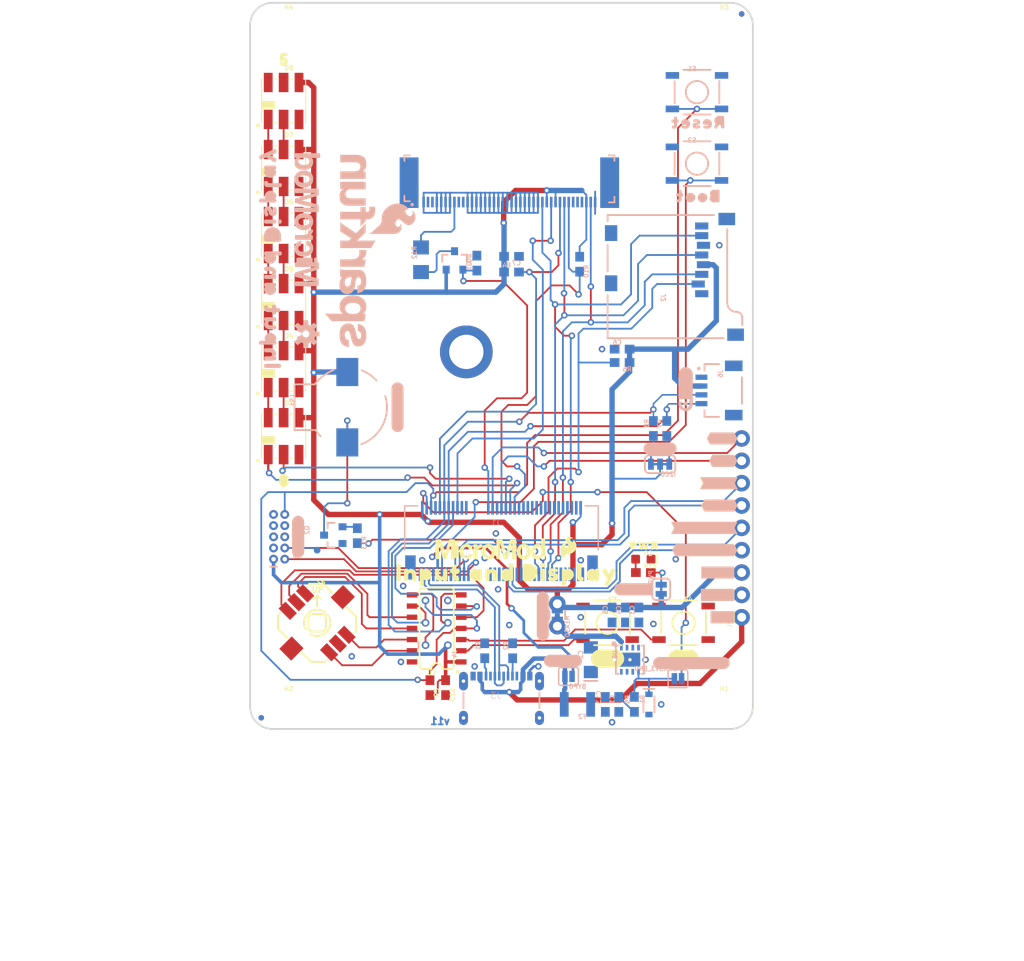
<source format=kicad_pcb>
(kicad_pcb (version 20211014) (generator pcbnew)
  (layers (0 "F.Cu" signal) (31 "B.Cu" signal) (34 "B.Paste" user) (35 "F.Paste" user) (36 "B.SilkS" user "B.Silkscreen") (37 "F.SilkS" user "F.Silkscreen") (38 "B.Mask" user) (39 "F.Mask" user) (44 "Edge.Cuts" user))
  (net 0 "")
  (net 1 "SPI_SCK")
  (net 2 "SPI_COPI")
  (net 3 "SPI_CIPO")
  (net 4 "~{SD_CS}")
  (net 5 "~{DISP_CS}")
  (net 6 "DISP_D/~{C}")
  (net 7 "~{DISP_BL}")
  (net 8 "~{RESET}")
  (net 9 "~{BOOT}")
  (net 10 "GND")
  (net 11 "3.3V")
  (net 12 "V_USB")
  (net 13 "USB_D-")
  (net 14 "USB_D+")
  (net 15 "N$19")
  (net 16 "N$20")
  (net 17 "VIN")
  (net 18 "N$21")
  (net 19 "N$22")
  (net 20 "N$23")
  (net 21 "3.3V_EN")
  (net 22 "LED_CLK")
  (net 23 "LED_DATA")
  (net 24 "SCL")
  (net 25 "SDA")
  (net 26 "BTN_UP")
  (net 27 "BTN_DOWN")
  (net 28 "BTN_LEFT")
  (net 29 "BTN_RIGHT")
  (net 30 "BTN_CENTER")
  (net 31 "BTN_B")
  (net 32 "BTN_A")
  (net 33 "MISO_ATTINY")
  (net 34 "~{INT}")
  (net 35 "N$11")
  (net 36 "N$14")
  (net 37 "N$24")
  (net 38 "N$25")
  (net 39 "N$26")
  (net 40 "N$27")
  (net 41 "N$28")
  (net 42 "N$29")
  (net 43 "N$30")
  (net 44 "N$31")
  (net 45 "~{DISP_RST}")
  (net 46 "N$1")
  (net 47 "N$2")
  (net 48 "SWDIO")
  (net 49 "SWDCK")
  (net 50 "ENABLE")
  (net 51 "BUZZER")
  (net 52 "A0")
  (net 53 "A1")
  (net 54 "CAN-TX")
  (net 55 "CAN-RX")
  (net 56 "TX1")
  (net 57 "RX1")
  (net 58 "N$3")
  (net 59 "N$4")
  (net 60 "N$5")
  (net 61 "N$6")
  (footprint "boardEagle:FIDUCIAL-MICRO" (layer "F.Cu") (at 121.1961 145.0086)
    (fp_text reference "FD2" hide)
    (fp_text value "FIDUCIALUFIDUCIAL" hide)
  )
  (footprint "boardEagle:INPUT_AND_DISPLAY0" (layer "F.Cu") (at 149.1361 128.4986)
    (fp_text reference "U$2" hide)
    (fp_text value "" hide)
  )
  (footprint "boardEagle:SFE_LOGO_FLAME_.1" (layer "F.Cu") (at 156.1211 125.7046)
    (fp_text reference "U$3" hide)
    (fp_text value "" hide)
  )
  (footprint "boardEagle:APA102-5050" (layer "F.Cu") (at 123.7361 74.8886)
    (fp_text reference "D8")
    (fp_text value "APA102-5050")
  )
  (footprint "boardEagle:SO14" (layer "F.Cu") (at 141.1351 134.8486 90)
    (fp_text reference "U2")
    (fp_text value "ATTINY84")
  )
  (footprint "boardEagle:#3V3#0" (layer "F.Cu") (at 170.8531 128.4986)
    (fp_text reference "U$31" hide)
    (fp_text value "" hide)
  )
  (footprint "boardEagle:#TX1#0" (layer "F.Cu") (at 175.2981 118.3386)
    (fp_text reference "U$26" hide)
    (fp_text value "" hide)
  )
  (footprint "boardEagle:STAND-OFF" (layer "F.Cu") (at 123.7361 143.7386)
    (fp_text reference "H2")
    (fp_text value "STAND-OFF")
  )
  (footprint "boardEagle:#CAN#RX#0" (layer "F.Cu") (at 175.2981 125.9586)
    (fp_text reference "U$34" hide)
    (fp_text value "" hide)
  )
  (footprint "boardEagle:50" (layer "F.Cu") (at 123.8631 70.1896)
    (fp_text reference "U$8" hide)
    (fp_text value "" hide)
  )
  (footprint "boardEagle:TACTILE_SWITCH_SMD_5.2MM" (layer "F.Cu") (at 169.2021 134.2136)
    (fp_text reference "S4")
    (fp_text value "MOMENTARY-SWITCH-SPST-SMD-5.2MM-TALL")
  )
  (footprint "boardEagle:STAND-OFF" (layer "F.Cu") (at 123.7361 66.2686)
    (fp_text reference "H4")
    (fp_text value "STAND-OFF")
  )
  (footprint "boardEagle:#5V#0" (layer "F.Cu") (at 171.9961 133.5786)
    (fp_text reference "U$38" hide)
    (fp_text value "" hide)
  )
  (footprint "boardEagle:INPUT_AND_DISPLAY0" (layer "F.Cu") (at 149.1361 128.4986)
    (fp_text reference "U$16" hide)
    (fp_text value "" hide)
  )
  (footprint "boardEagle:JOYSTICK_MINI" (layer "F.Cu") (at 127.5461 134.2136 -45)
    (fp_text reference "S6")
    (fp_text value "Joystick")
  )
  (footprint "boardEagle:APA102-5050" (layer "F.Cu") (at 123.7361 97.7486)
    (fp_text reference "D5")
    (fp_text value "APA102-5050")
  )
  (footprint "boardEagle:0603" (layer "F.Cu") (at 140.3731 141.5796 -90)
    (fp_text reference "R3")
    (fp_text value "100k")
  )
  (footprint "boardEagle:0603" (layer "F.Cu") (at 142.1511 141.5796 -90)
    (fp_text reference "C12")
    (fp_text value "0.1uF")
  )
  (footprint "boardEagle:PWR0" (layer "F.Cu") (at 164.7571 125.4506)
    (fp_text reference "U$13" hide)
    (fp_text value "" hide)
  )
  (footprint "boardEagle:1X09_NO_SILK" (layer "F.Cu") (at 175.8061 133.5786 90)
    (fp_text reference "J8")
    (fp_text value "")
  )
  (footprint "boardEagle:#A1#0" (layer "F.Cu") (at 175.2981 115.7986)
    (fp_text reference "U$24" hide)
    (fp_text value "" hide)
  )
  (footprint "boardEagle:00" (layer "F.Cu") (at 123.8631 118.0686)
    (fp_text reference "U$7" hide)
    (fp_text value "" hide)
  )
  (footprint "boardEagle:APA102-5050" (layer "F.Cu") (at 123.7361 112.9886)
    (fp_text reference "D3")
    (fp_text value "APA102-5050")
  )
  (footprint "boardEagle:DUMMY" (layer "F.Cu") (at 104.6861 171.6786)
    (fp_text reference "FRAME2" hide)
    (fp_text value "FRAME-LETTERNO_PACKAGE" hide)
  )
  (footprint "boardEagle:#GND#0" (layer "F.Cu") (at 170.8531 131.0386)
    (fp_text reference "U$30" hide)
    (fp_text value "" hide)
  )
  (footprint "boardEagle:#B#0" (layer "F.Cu") (at 169.2021 138.2776)
    (fp_text reference "U$6" hide)
    (fp_text value "" hide)
  )
  (footprint "boardEagle:#RX1#0" (layer "F.Cu") (at 175.2981 120.8786)
    (fp_text reference "U$32" hide)
    (fp_text value "" hide)
  )
  (footprint "boardEagle:FIDUCIAL-MICRO" (layer "F.Cu") (at 175.8061 64.9986)
    (fp_text reference "FD3" hide)
    (fp_text value "FIDUCIALUFIDUCIAL" hide)
  )
  (footprint "boardEagle:STAND-OFF" (layer "F.Cu") (at 173.2661 66.2686)
    (fp_text reference "H3")
    (fp_text value "STAND-OFF")
  )
  (footprint "boardEagle:APA102-5050" (layer "F.Cu") (at 123.7361 82.5086)
    (fp_text reference "D7")
    (fp_text value "APA102-5050")
  )
  (footprint "boardEagle:CREATIVE_COMMONS" (layer "F.Cu") (at 125.0061 170.4086)
    (fp_text reference "FRAME1" hide)
    (fp_text value "FRAME-LETTER" hide)
  )
  (footprint "boardEagle:APA102-5050" (layer "F.Cu") (at 123.7361 105.3686)
    (fp_text reference "D4")
    (fp_text value "APA102-5050")
  )
  (footprint "boardEagle:TACTILE_SWITCH_SMD_5.2MM" (layer "F.Cu") (at 160.5661 134.2136)
    (fp_text reference "S3")
    (fp_text value "MOMENTARY-SWITCH-SPST-SMD-5.2MM-TALL")
  )
  (footprint "boardEagle:#CAN#TX#0" (layer "F.Cu") (at 175.2981 123.4186)
    (fp_text reference "U$36" hide)
    (fp_text value "" hide)
  )
  (footprint "boardEagle:STAND-OFF" (layer "F.Cu") (at 173.2661 143.7386)
    (fp_text reference "H1")
    (fp_text value "STAND-OFF")
  )
  (footprint "boardEagle:LED-0603" (layer "F.Cu") (at 164.6301 126.9746)
    (fp_text reference "D2")
    (fp_text value "RED")
  )
  (footprint "boardEagle:APA102-5050" (layer "F.Cu") (at 123.7361 90.1286)
    (fp_text reference "D6")
    (fp_text value "APA102-5050")
  )
  (footprint "boardEagle:#A0#0" (layer "F.Cu") (at 175.2981 113.2586)
    (fp_text reference "U$22" hide)
    (fp_text value "" hide)
  )
  (footprint "boardEagle:0603" (layer "F.Cu") (at 164.6301 128.4986)
    (fp_text reference "R11")
    (fp_text value "1k")
  )
  (footprint "boardEagle:MICROMOD_LOGO_.5" (layer "F.Cu") (at 147.2311 125.8316)
    (fp_text reference "U$1" hide)
    (fp_text value "" hide)
  )
  (footprint "boardEagle:#A#0" (layer "F.Cu") (at 160.5661 138.2776)
    (fp_text reference "U$5" hide)
    (fp_text value "" hide)
  )
  (footprint "boardEagle:0603" (layer "B.Cu") (at 162.2171 103.0986 180)
    (fp_text reference "C6")
    (fp_text value "0.1uF")
  )
  (footprint "boardEagle:#MEAS#0" (layer "B.Cu") (at 153.2001 133.4516 90)
    (fp_text reference "U$11" hide)
    (fp_text value "" hide)
  )
  (footprint "boardEagle:PAD.03X.03" (layer "B.Cu") (at 127.5461 125.9586 180)
    (fp_text reference "TP1" hide)
    (fp_text value "" hide)
  )
  (footprint "boardEagle:#CAN#TX#0" (layer "B.Cu") (at 167.8051 123.4186 180)
    (fp_text reference "U$37" hide)
    (fp_text value "" hide)
  )
  (footprint "boardEagle:0603" (layer "B.Cu") (at 145.7071 93.3196 -90)
    (fp_text reference "R9")
    (fp_text value "100k")
  )
  (footprint "boardEagle:MICRO-SD-SOCKET" (layer "B.Cu") (at 160.5661 87.8586 90)
    (fp_text reference "J2")
    (fp_text value "MICRO-SD")
  )
  (footprint "boardEagle:#PWR#0" (layer "B.Cu") (at 166.0271 130.4036 180)
    (fp_text reference "U$19" hide)
    (fp_text value "" hide)
  )
  (footprint "boardEagle:1210" (layer "B.Cu") (at 157.1371 143.4846)
    (fp_text reference "F2")
    (fp_text value "6V/2A")
  )
  (footprint "boardEagle:SOT23-3" (layer "B.Cu") (at 129.4351 124.2466 -90)
    (fp_text reference "Q2")
    (fp_text value "600mA/40V")
  )
  (footprint "boardEagle:SMT-JUMPER_2_NC_TRACE_SILK" (layer "B.Cu") (at 166.6621 130.4036 -90)
    (fp_text reference "PWR0")
    (fp_text value "")
  )
  (footprint "boardEagle:M.2-CONNECTOR-E" (layer "B.Cu") (at 148.5011 123.4186 180)
    (fp_text reference "J1")
    (fp_text value "MICROMOD-2222-C")
  )
  (footprint "boardEagle:2X3_TEST_POINTS" (layer "B.Cu") (at 141.1351 134.2136 90)
    (fp_text reference "J4")
    (fp_text value "AVR_SPI_PROG_3X2TESTPOINTS")
  )
  (footprint "boardEagle:SMT-JUMPER_2_NO_SILK" (layer "B.Cu") (at 156.1211 140.3096)
    (fp_text reference "BYP0")
    (fp_text value "JUMPER-SMT_2_NO_SILK")
  )
  (footprint "boardEagle:0603" (layer "B.Cu") (at 162.2171 104.6226)
    (fp_text reference "R6")
    (fp_text value "100k")
  )
  (footprint "boardEagle:#CAN#RX#0" (layer "B.Cu") (at 167.9321 125.9586 180)
    (fp_text reference "U$35" hide)
    (fp_text value "" hide)
  )
  (footprint "boardEagle:SFE_LOGO_NAME_FLAME_.2" (layer "B.Cu") (at 131.3381 91.8516 90)
    (fp_text reference "LOGO1" hide)
    (fp_text value "SFE_LOGO_NAME_FLAME.2_INCH" hide)
  )
  (footprint "boardEagle:OSHW-LOGO-S" (layer "B.Cu") (at 126.2581 101.3766 90)
    (fp_text reference "LOGO3" hide)
    (fp_text value "OSHW-LOGOS" hide)
  )
  (footprint "boardEagle:#BYP#0" (layer "B.Cu") (at 155.4861 138.5316 180)
    (fp_text reference "U$14" hide)
    (fp_text value "" hide)
  )
  (footprint "boardEagle:SOT23-3" (layer "B.Cu") (at 143.1671 93.0656 180)
    (fp_text reference "Q1")
    (fp_text value "1.1A/600mΩ")
  )
  (footprint "boardEagle:TACTILE_SWITCH_SMD_5.2MM" (layer "B.Cu") (at 170.7261 73.8886 180)
    (fp_text reference "S1")
    (fp_text value "Reset")
  )
  (footprint "boardEagle:BOOT0" (layer "B.Cu") (at 170.7261 85.6996 180)
    (fp_text reference "U$4" hide)
    (fp_text value "" hide)
  )
  (footprint "boardEagle:BUZZER-CCV" (layer "B.Cu") (at 130.9751 109.7026 90)
    (fp_text reference "LS1")
    (fp_text value "Buzzer")
  )
  (footprint "boardEagle:EIA3216" (layer "B.Cu") (at 158.6611 138.4046 -90)
    (fp_text reference "C2")
    (fp_text value "10uF")
  )
  (footprint "boardEagle:UDFN-8" (layer "B.Cu") (at 163.1061 138.4046)
    (fp_text reference "U5")
    (fp_text value "AP7361C-33FGE")
  )
  (footprint "boardEagle:RESET0" (layer "B.Cu") (at 170.7261 77.3176 180)
    (fp_text reference "U$9" hide)
    (fp_text value "" hide)
  )
  (footprint "boardEagle:#GND#0" (layer "B.Cu") (at 175.2981 131.0386 180)
    (fp_text reference "U$29" hide)
    (fp_text value "" hide)
  )
  (footprint "boardEagle:0603" (layer "B.Cu") (at 161.8361 143.4846 -90)
    (fp_text reference "C1")
    (fp_text value "0.1uF")
  )
  (footprint "boardEagle:FPC05040-17204" (layer "B.Cu") (at 149.4011 85.7786)
    (fp_text reference "J5" hide)
    (fp_text value "2.4\" TFT" hide)
  )
  (footprint "boardEagle:0603" (layer "B.Cu") (at 149.6441 92.5576)
    (fp_text reference "C7")
    (fp_text value "0.1uF")
  )
  (footprint "boardEagle:0603" (layer "B.Cu") (at 162.5981 133.3246 -90)
    (fp_text reference "C4")
    (fp_text value "0.1uF")
  )
  (footprint "boardEagle:#TX1#0" (layer "B.Cu") (at 171.1071 118.3386 180)
    (fp_text reference "U$27" hide)
    (fp_text value "" hide)
  )
  (footprint "boardEagle:#A1#0" (layer "B.Cu") (at 172.1231 115.7986 180)
    (fp_text reference "U$25" hide)
    (fp_text value "" hide)
  )
  (footprint "boardEagle:0603" (layer "B.Cu") (at 167.2971 112.1156 -90)
    (fp_text reference "R7")
    (fp_text value "2.2k")
  )
  (footprint "boardEagle:1206" (layer "B.Cu") (at 139.3571 92.9386 -90)
    (fp_text reference "R12")
    (fp_text value "10")
  )
  (footprint "boardEagle:QWIIC_5MM" (layer "B.Cu") (at 169.4561 107.6706 90)
    (fp_text reference "LOGO2" hide)
    (fp_text value "QWIIC_LOGO_5MM" hide)
  )
  (footprint "boardEagle:2X5-PTH-1.27MM-NO_SILK" (layer "B.Cu") (at 123.2281 124.4346 90)
    (fp_text reference "J7")
    (fp_text value "CORTEX_JTAG_DEBUG")
  )
  (footprint "boardEagle:SMT-JUMPER_2_NO_SILK" (layer "B.Cu") (at 168.5671 140.5636 180)
    (fp_text reference "UNK3V3_EN0")
    (fp_text value "")
  )
  (footprint "boardEagle:#A0#0" (layer "B.Cu") (at 171.8691 113.2586 180)
    (fp_text reference "U$23" hide)
    (fp_text value "" hide)
  )
  (footprint "boardEagle:#3V3#0" (layer "B.Cu") (at 175.2981 128.4986 180)
    (fp_text reference "U$28" hide)
    (fp_text value "" hide)
  )
  (footprint "boardEagle:#I2C#0" (layer "B.Cu") (at 166.5351 114.4016 180)
    (fp_text reference "U$12" hide)
    (fp_text value "" hide)
  )
  (footprint "boardEagle:MICROMOD_LOGO_.6" (layer "B.Cu") (at 126.3891 88.3706 90)
    (fp_text reference "U$10" hide)
    (fp_text value "" hide)
  )
  (footprint "boardEagle:COMBO-JUMPER_2_NC_TRACE" (layer "B.Cu") (at 154.8511 133.3246 90)
    (fp_text reference "MEAS0")
    (fp_text value "")
  )
  (footprint "boardEagle:USB-C-16P-2LAYER-PADS" (layer "B.Cu") (at 148.5011 139.9286 180)
    (fp_text reference "J3")
    (fp_text value "USB-C_Prog")
  )
  (footprint "boardEagle:#SWD#0" (layer "B.Cu") (at 125.3871 124.4346 90)
    (fp_text reference "U$15" hide)
    (fp_text value "" hide)
  )
  (footprint "boardEagle:#5V#0" (layer "B.Cu") (at 175.2981 133.5786 180)
    (fp_text reference "U$18" hide)
    (fp_text value "" hide)
  )
  (footprint "boardEagle:FIDUCIAL-MICRO" (layer "B.Cu") (at 175.8061 64.9986 180)
    (fp_text reference "FD4" hide)
    (fp_text value "FIDUCIALUFIDUCIAL" hide)
  )
  (footprint "boardEagle:0603" (layer "B.Cu") (at 157.3911 93.4466 90)
    (fp_text reference "R10")
    (fp_text value "100k")
  )
  (footprint "boardEagle:STAND-OFF-REFLOW-M2.5" (layer "B.Cu") (at 144.5061 103.4136 90)
    (fp_text reference "H5" hide)
    (fp_text value "STAND-OFF" hide)
  )
  (footprint "boardEagle:0603" (layer "B.Cu") (at 160.3121 143.4846 -90)
    (fp_text reference "C13")
    (fp_text value "0.22uF")
  )
  (footprint "boardEagle:JST04_1MM_RA" (layer "B.Cu") (at 171.2341 107.7976 -90)
    (fp_text reference "J6")
    (fp_text value "QWIIC_RA")
  )
  (footprint "boardEagle:#3V3_CTRL#0" (layer "B.Cu") (at 170.0911 138.7856 180)
    (fp_text reference "U$20" hide)
    (fp_text value "" hide)
  )
  (footprint "boardEagle:0603" (layer "B.Cu") (at 161.0741 133.3246 -90)
    (fp_text reference "C5")
    (fp_text value "0.22uF")
  )
  (footprint "boardEagle:0603" (layer "B.Cu") (at 165.7731 112.1156 -90)
    (fp_text reference "R8")
    (fp_text value "2.2k")
  )
  (footprint "boardEagle:0603" (layer "B.Cu") (at 163.6141 143.4846 -90)
    (fp_text reference "R5")
    (fp_text value "100k")
  )
  (footprint "boardEagle:#PWM1#0" (layer "B.Cu") (at 136.6901 109.7026 90)
    (fp_text reference "U$21" hide)
    (fp_text value "" hide)
  )
  (footprint "boardEagle:FIDUCIAL-MICRO" (layer "B.Cu") (at 121.1961 145.0086 180)
    (fp_text reference "FD1" hide)
    (fp_text value "FIDUCIALUFIDUCIAL" hide)
  )
  (footprint "boardEagle:SOD-323" (layer "B.Cu") (at 165.2651 143.4846 -90)
    (fp_text reference "D1")
    (fp_text value "3.3V")
  )
  (footprint "boardEagle:0603" (layer "B.Cu") (at 164.1221 133.3246 -90)
    (fp_text reference "C3")
    (fp_text value "1.0uF")
  )
  (footprint "boardEagle:SMT-JUMPER_3_2-NC_TRACE_SILK" (layer "B.Cu") (at 166.5351 116.1796)
    (fp_text reference "I2C0")
    (fp_text value "")
  )
  (footprint "boardEagle:0603" (layer "B.Cu") (at 132.1181 124.3076 90)
    (fp_text reference "R13")
    (fp_text value "1k")
  )
  (footprint "boardEagle:TACTILE_SWITCH_SMD_5.2MM" (layer "B.Cu") (at 170.7261 82.0166 180)
    (fp_text reference "S2")
    (fp_text value "BOOT")
  )
  (footprint "boardEagle:#RX1#0" (layer "B.Cu") (at 171.2341 120.8786 180)
    (fp_text reference "U$33" hide)
    (fp_text value "" hide)
  )
  (footprint "boardEagle:0603" (layer "B.Cu") (at 146.5961 137.3886 -90)
    (fp_text reference "R1")
    (fp_text value "5.1k")
  )
  (footprint "boardEagle:0603" (layer "B.Cu") (at 149.6441 94.3356 180)
    (fp_text reference "R4")
    (fp_text value "100k")
  )
  (footprint "boardEagle:0603" (layer "B.Cu") (at 149.7711 137.3886 -90)
    (fp_text reference "R2")
    (fp_text value "5.1k")
  )
  (footprint "boardEagle:INPUT_AND_DISPLAY0" (layer "B.Cu") (at 122.4661 92.6686 90)
    (fp_text reference "U$17" hide)
    (fp_text value "" hide)
  )
  (gr_line (start 122.4661 146.2786) (end 174.5361 146.2786) (layer "Edge.Cuts") (width 0.2032))
  (gr_arc (start 174.5361 63.7286) (mid 176.332151 64.472549) (end 177.0761 66.2686) (layer "Edge.Cuts") (width 0.2032))
  (gr_arc (start 122.4661 146.2786) (mid 120.670049 145.534651) (end 119.9261 143.7386) (layer "Edge.Cuts") (width 0.2032))
  (gr_arc (start 119.9261 66.2686) (mid 120.670049 64.472549) (end 122.4661 63.7286) (layer "Edge.Cuts") (width 0.2032))
  (gr_line (start 177.0761 143.7386) (end 177.0761 66.2686) (layer "Edge.Cuts") (width 0.2032))
  (gr_arc (start 177.0761 143.7386) (mid 176.332151 145.534651) (end 174.5361 146.2786) (layer "Edge.Cuts") (width 0.2032))
  (gr_line (start 174.5361 63.7286) (end 122.4661 63.7286) (layer "Edge.Cuts") (width 0.2032))
  (gr_line (start 119.9261 66.2686) (end 119.9261 143.7386) (layer "Edge.Cuts") (width 0.2032))
  (gr_text "v11" (at 141.5161 145.3896) (layer "B.Cu") (effects (font (size 0.8128 0.8128) (thickness 0.2032)) (justify mirror)))
  (segment (start 154.5971 121.7676) (end 154.5971 118.2116) (width 0.2032) (layer "F.Cu") (net 1))
  (segment (start 155.6511 96.7866) (end 155.6131 96.7486) (width 0.2032) (layer "F.Cu") (net 1))
  (segment (start 155.6511 99.2566) (end 155.6511 96.7866) (width 0.2032) (layer "F.Cu") (net 1))
  (segment (start 153.2001 126.8476) (end 153.2001 123.1646) (width 0.2032) (layer "F.Cu") (net 1))
  (segment (start 153.2001 123.1646) (end 154.5971 121.7676) (width 0.2032) (layer "F.Cu") (net 1))
  (via (at 155.6511 99.2566) (size 0.7366) (drill 0.381) (layers "F.Cu" "B.Cu") (net 1))
  (via (at 153.2001 126.8476) (size 0.7366) (drill 0.381) (layers "F.Cu" "B.Cu") (net 1))
  (via (at 155.6131 96.7486) (size 0.7366) (drill 0.381) (layers "F.Cu" "B.Cu") (net 1))
  (via (at 154.5971 118.2116) (size 0.7366) (drill 0.381) (layers "F.Cu" "B.Cu") (net 1))
  (segment (start 154.5971 100.3106) (end 154.5971 118.2116) (width 0.2032) (layer "B.Cu") (net 1))
  (segment (start 154.5971 100.3106) (end 155.6511 99.2566) (width 0.2032) (layer "B.Cu") (net 1))
  (segment (start 153.2511 128.6936) (end 153.2511 126.8986) (width 0.2032) (layer "B.Cu") (net 1))
  (segment (start 164.0271 97.6056) (end 162.3761 99.2566) (width 0.2032) (layer "B.Cu") (net 1))
  (segment (start 153.2511 126.8986) (end 153.2001 126.8476) (width 0.2032) (layer "B.Cu") (net 1))
  (segment (start 171.2661 92.3986) (end 165.0431 92.3986) (width 0.2032) (layer "B.Cu") (net 1))
  (segment (start 164.0271 93.4146) (end 164.0271 97.6056) (width 0.2032) (layer "B.Cu") (net 1))
  (segment (start 155.6131 96.7486) (end 155.6511 96.7106) (width 0.2032) (layer "B.Cu") (net 1))
  (segment (start 165.0431 92.3986) (end 164.0271 93.4146) (width 0.2032) (layer "B.Cu") (net 1))
  (segment (start 162.3761 99.2566) (end 155.6511 99.2566) (width 0.2032) (layer "B.Cu") (net 1))
  (segment (start 155.6511 96.7106) (end 155.6511 86.3786) (width 0.2032) (layer "B.Cu") (net 1))
  (segment (start 154.0891 126.0856) (end 154.0891 123.0376) (width 0.2032) (layer "F.Cu") (net 2))
  (segment (start 155.4861 121.6406) (end 154.0891 123.0376) (width 0.2032) (layer "F.Cu") (net 2))
  (segment (start 155.4861 121.6406) (end 155.4861 117.7036) (width 0.2032) (layer "F.Cu") (net 2))
  (segment (start 158.6611 95.9866) (end 158.6611 100.0506) (width 0.2032) (layer "F.Cu") (net 2))
  (via (at 158.6611 95.9866) (size 0.7366) (drill 0.381) (layers "F.Cu" "B.Cu") (net 2))
  (via (at 154.0891 126.0856) (size 0.7366) (drill 0.381) (layers "F.Cu" "B.Cu") (net 2))
  (via (at 155.4861 117.7036) (size 0.7366) (drill 0.381) (layers "F.Cu" "B.Cu") (net 2))
  (via (at 158.6611 100.0506) (size 0.7366) (drill 0.381) (layers "F.Cu" "B.Cu") (net 2))
  (segment (start 165.6371 94.5986) (end 164.7891 95.4466) (width 0.2032) (layer "B.Cu") (net 2))
  (segment (start 158.6611 100.0506) (end 158.6701 100.0596) (width 0.2032) (layer "B.Cu") (net 2))
  (segment (start 156.5021 100.0506) (end 158.6611 100.0506) (width 0.2032) (layer "B.Cu") (net 2))
  (segment (start 158.6511 86.3786) (end 158.6511 95.9766) (width 0.2032) (layer "B.Cu") (net 2))
  (segment (start 155.4861 117.7036) (end 155.4861 101.0666) (width 0.2032) (layer "B.Cu") (net 2))
  (segment (start 154.0891 127.197782) (end 154.0891 126.0856) (width 0.2032) (layer "B.Cu") (net 2))
  (segment (start 153.8217 128.623) (end 153.8217 127.465182) (width 0.2032) (layer "B.Cu") (net 2))
  (segment (start 158.6611 95.9866) (end 158.6511 95.9766) (width 0.2032) (layer "B.Cu") (net 2))
  (segment (start 153.7511 128.6936) (end 153.8217 128.623) (width 0.2032) (layer "B.Cu") (net 2))
  (segment (start 164.7891 98.1136) (end 162.8431 100.0596) (width 0.2032) (layer "B.Cu") (net 2))
  (segment (start 153.8217 127.465182) (end 154.0891 127.197782) (width 0.2032) (layer "B.Cu") (net 2))
  (segment (start 155.4861 101.0666) (end 156.5021 100.0506) (width 0.2032) (layer "B.Cu") (net 2))
  (segment (start 164.7891 95.4466) (end 164.7891 98.1136) (width 0.2032) (layer "B.Cu") (net 2))
  (segment (start 171.2661 94.5986) (end 165.6371 94.5986) (width 0.2032) (layer "B.Cu") (net 2))
  (segment (start 162.8431 100.0596) (end 158.6701 100.0596) (width 0.2032) (layer "B.Cu") (net 2))
  (segment (start 155.6131 101.5746) (end 154.5971 100.5586) (width 0.2032) (layer "F.Cu") (net 3))
  (segment (start 154.5971 100.5586) (end 154.5971 98.0186) (width 0.2032) (layer "F.Cu") (net 3))
  (segment (start 156.5021 101.5746) (end 155.6131 101.5746) (width 0.2032) (layer "F.Cu") (net 3))
  (segment (start 156.3751 121.486613) (end 154.9781 122.883613) (width 0.2032) (layer "F.Cu") (net 3))
  (segment (start 154.9781 126.8476) (end 154.9781 122.883613) (width 0.2032) (layer "F.Cu") (net 3))
  (segment (start 156.3751 121.486613) (end 156.3751 118.2116) (width 0.2032) (layer "F.Cu") (net 3))
  (via (at 156.3751 118.2116) (size 0.7366) (drill 0.381) (layers "F.Cu" "B.Cu") (net 3))
  (via (at 156.5021 101.5746) (size 0.7366) (drill 0.381) (layers "F.Cu" "B.Cu") (net 3))
  (via (at 154.9781 126.8476) (size 0.7366) (drill 0.381) (layers "F.Cu" "B.Cu") (net 3))
  (via (at 154.5971 98.0186) (size 0.7366) (drill 0.381) (layers "F.Cu" "B.Cu") (net 3))
  (segment (start 154.0891 97.5106) (end 154.5971 98.0186) (width 0.2032) (layer "B.Cu") (net 3))
  (segment (start 163.2331 91.1606) (end 163.2331 96.8756) (width 0.2032) (layer "B.Cu") (net 3))
  (segment (start 171.2661 90.1986) (end 164.1951 90.1986) (width 0.2032) (layer "B.Cu") (net 3))
  (segment (start 153.1511 86.3786) (end 153.1511 92.1276) (width 0.2032) (layer "B.Cu") (net 3))
  (segment (start 163.2331 96.8756) (end 162.0901 98.0186) (width 0.2032) (layer "B.Cu") (net 3))
  (segment (start 154.2511 128.6936) (end 154.2511 127.5746) (width 0.2032) (layer "B.Cu") (net 3))
  (segment (start 154.0891 93.0656) (end 154.0891 97.5106) (width 0.2032) (layer "B.Cu") (net 3))
  (segment (start 162.0901 98.0186) (end 154.5971 98.0186) (width 0.2032) (layer "B.Cu") (net 3))
  (segment (start 153.1511 92.1276) (end 154.0891 93.0656) (width 0.2032) (layer "B.Cu") (net 3))
  (segment (start 164.1951 90.1986) (end 163.2331 91.1606) (width 0.2032) (layer "B.Cu") (net 3))
  (segment (start 156.3751 101.7016) (end 156.3751 118.2116) (width 0.2032) (layer "B.Cu") (net 3))
  (segment (start 156.5021 101.5746) (end 156.3751 101.7016) (width 0.2032) (layer "B.Cu") (net 3))
  (segment (start 154.2511 127.5746) (end 154.9781 126.8476) (width 0.2032) (layer "B.Cu") (net 3))
  (segment (start 153.8478 117.6909) (end 154.8638 116.6749) (width 0.2032) (layer "F.Cu") (net 4))
  (segment (start 153.8478 121.597082) (end 152.3111 123.133782) (width 0.2032) (layer "F.Cu") (net 4))
  (segment (start 152.3111 126.0856) (end 152.3111 123.133782) (width 0.2032) (layer "F.Cu") (net 4))
  (segment (start 156.8704 116.6749) (end 157.2641 117.0686) (width 0.2032) (layer "F.Cu") (net 4))
  (segment (start 153.8478 121.597082) (end 153.8478 117.6909) (width 0.2032) (layer "F.Cu") (net 4))
  (segment (start 154.8638 116.6749) (end 156.8704 116.6749) (width 0.2032) (layer "F.Cu") (net 4))
  (via (at 157.2641 117.0686) (size 0.7366) (drill 0.381) (layers "F.Cu" "B.Cu") (net 4))
  (via (at 152.3111 126.0856) (size 0.7366) (drill 0.381) (layers "F.Cu" "B.Cu") (net 4))
  (segment (start 152.7511 128.6936) (end 152.6805 128.623) (width 0.2032) (layer "B.Cu") (net 4))
  (segment (start 165.6461 96.2406) (end 165.6461 98.3996) (width 0.2032) (layer "B.Cu") (net 4))
  (segment (start 166.1881 95.6986) (end 165.6461 96.2406) (width 0.2032) (layer "B.Cu") (net 4))
  (segment (start 157.2631 104.6226) (end 157.2641 104.6226) (width 0.2032) (layer "B.Cu") (net 4))
  (segment (start 152.6805 127.802869) (end 152.3111 127.433469) (width 0.2032) (layer "B.Cu") (net 4))
  (segment (start 161.3671 104.6226) (end 157.2641 104.6226) (width 0.2032) (layer "B.Cu") (net 4))
  (segment (start 170.8661 95.6986) (end 166.1881 95.6986) (width 0.2032) (layer "B.Cu") (net 4))
  (segment (start 157.2641 104.6226) (end 157.2641 117.0686) (width 0.2032) (layer "B.Cu") (net 4))
  (segment (start 163.2671 100.7786) (end 157.8061 100.7786) (width 0.2032) (layer "B.Cu") (net 4))
  (segment (start 157.8061 100.7786) (end 157.2631 101.3216) (width 0.2032) (layer "B.Cu") (net 4))
  (segment (start 157.2631 101.3216) (end 157.2631 104.6226) (width 0.2032) (layer "B.Cu") (net 4))
  (segment (start 152.3111 127.433469) (end 152.3111 126.0856) (width 0.2032) (layer "B.Cu") (net 4))
  (segment (start 165.6461 98.3996) (end 163.2671 100.7786) (width 0.2032) (layer "B.Cu") (net 4))
  (segment (start 152.6805 128.623) (end 152.6805 127.802869) (width 0.2032) (layer "B.Cu") (net 4))
  (segment (start 154.9781 93.5736) (end 154.9781 92.1766) (width 0.2032) (layer "F.Cu") (net 5))
  (segment (start 154.2161 94.3356) (end 151.6761 94.3356) (width 0.2032) (layer "F.Cu") (net 5))
  (segment (start 154.9781 93.5736) (end 154.2161 94.3356) (width 0.2032) (layer "F.Cu") (net 5))
  (via (at 154.9781 92.1766) (size 0.7366) (drill 0.381) (layers "F.Cu" "B.Cu") (net 5))
  (via (at 151.6761 94.3356) (size 0.7366) (drill 0.381) (layers "F.Cu" "B.Cu") (net 5))
  (segment (start 141.5011 113.2736) (end 144.5641 110.2106) (width 0.2032) (layer "B.Cu") (net 5))
  (segment (start 151.5491 110.2106) (end 152.4381 109.3216) (width 0.2032) (layer "B.Cu") (net 5))
  (segment (start 155.1511 92.0036) (end 155.1511 86.3786) (width 0.2032) (layer "B.Cu") (net 5))
  (segment (start 152.4381 109.3216) (end 152.4381 95.0976) (width 0.2032) (layer "B.Cu") (net 5))
  (segment (start 154.9781 92.1766) (end 155.1511 92.0036) (width 0.2032) (layer "B.Cu") (net 5))
  (segment (start 152.4381 95.0976) (end 151.6761 94.3356) (width 0.2032) (layer "B.Cu") (net 5))
  (segment (start 144.5641 110.2106) (end 151.5491 110.2106) (width 0.2032) (layer "B.Cu") (net 5))
  (segment (start 141.5011 113.2736) (end 141.5011 121.1436) (width 0.2032) (layer "B.Cu") (net 5))
  (segment (start 150.4941 94.3356) (end 151.6761 94.3356) (width 0.2032) (layer "B.Cu") (net 5))
  (segment (start 154.0891 90.7796) (end 152.0571 90.7796) (width 0.2032) (layer "F.Cu") (net 6))
  (via (at 154.0891 90.7796) (size 0.7366) (drill 0.381) (layers "F.Cu" "B.Cu") (net 6))
  (via (at 152.0571 90.7796) (size 0.7366) (drill 0.381) (layers "F.Cu" "B.Cu") (net 6))
  (segment (start 154.1511 90.7176) (end 154.0891 90.7796) (width 0.2032) (layer "B.Cu") (net 6))
  (segment (start 154.1511 86.3786) (end 154.1511 90.7176) (width 0.2032) (layer "B.Cu") (net 6))
  (segment (start 143.5011 121.1436) (end 143.5011 114.9566) (width 0.2032) (layer "B.Cu") (net 6))
  (segment (start 153.2001 112.2426) (end 152.1841 113.2586) (width 0.2032) (layer "B.Cu") (net 6))
  (segment (start 153.2001 94.0816) (end 153.2001 112.2426) (width 0.2032) (layer "B.Cu") (net 6))
  (segment (start 152.0571 92.9386) (end 152.0571 90.7796) (width 0.2032) (layer "B.Cu") (net 6))
  (segment (start 145.1991 113.2586) (end 143.5011 114.9566) (width 0.2032) (layer "B.Cu") (net 6))
  (segment (start 152.1841 113.2586) (end 145.1991 113.2586) (width 0.2032) (layer "B.Cu") (net 6))
  (segment (start 153.2001 94.0816) (end 152.0571 92.9386) (width 0.2032) (layer "B.Cu") (net 6))
  (segment (start 147.9931 108.6866) (end 150.7871 108.6866) (width 0.2032) (layer "F.Cu") (net 7))
  (segment (start 150.7871 108.6866) (end 151.4221 108.0516) (width 0.2032) (layer "F.Cu") (net 7))
  (segment (start 146.5961 110.0836) (end 147.9931 108.6866) (width 0.2032) (layer "F.Cu") (net 7))
  (segment (start 146.5961 116.5606) (end 146.5961 110.0836) (width 0.2032) (layer "F.Cu") (net 7))
  (segment (start 148.6281 95.3516) (end 151.4221 98.1456) (width 0.2032) (layer "F.Cu") (net 7))
  (segment (start 144.1831 95.3516) (end 148.6281 95.3516) (width 0.2032) (layer "F.Cu") (net 7))
  (segment (start 151.4221 98.1456) (end 151.4221 108.0516) (width 0.2032) (layer "F.Cu") (net 7))
  (via (at 144.1831 95.3516) (size 0.7366) (drill 0.381) (layers "F.Cu" "B.Cu") (net 7))
  (via (at 146.5961 116.5606) (size 0.7366) (drill 0.381) (layers "F.Cu" "B.Cu") (net 7))
  (segment (start 147.0011 116.9656) (end 147.0011 121.1436) (width 0.2032) (layer "B.Cu") (net 7))
  (segment (start 146.5961 116.5606) (end 147.0011 116.9656) (width 0.2032) (layer "B.Cu") (net 7))
  (segment (start 144.1171 94.0656) (end 144.1171 95.2856) (width 0.2032) (layer "B.Cu") (net 7))
  (segment (start 144.1171 95.2856) (end 144.1831 95.3516) (width 0.2032) (layer "B.Cu") (net 7))
  (segment (start 145.7071 94.1696) (end 144.2211 94.1696) (width 0.2032) (layer "B.Cu") (net 7))
  (segment (start 144.2211 94.1696) (end 144.1171 94.0656) (width 0.2032) (layer "B.Cu") (net 7))
  (segment (start 139.0151 140.7296) (end 138.9761 140.6906) (width 0.2032) (layer "F.Cu") (net 8))
  (segment (start 143.1671 134.8486) (end 142.6591 135.3566) (width 0.2032) (layer "F.Cu") (net 8))
  (segment (start 141.1351 136.1186) (end 141.1351 138.9126) (width 0.2032) (layer "F.Cu") (net 8))
  (segment (start 141.8971 135.3566) (end 141.1351 136.1186) (width 0.2032) (layer "F.Cu") (net 8))
  (segment (start 168.5671 77.9526) (end 170.7261 75.7936) (width 0.2032) (layer "F.Cu") (net 8))
  (segment (start 168.5671 111.2266) (end 168.5671 77.9526) (width 0.2032) (layer "F.Cu") (net 8))
  (segment (start 142.6591 135.3566) (end 141.8971 135.3566) (width 0.2032) (layer "F.Cu") (net 8))
  (segment (start 151.4221 113.7666) (end 151.4221 118.4656) (width 0.2032) (layer "F.Cu") (net 8))
  (segment (start 152.3111 112.8776) (end 166.9161 112.8776) (width 0.2032) (layer "F.Cu") (net 8))
  (segment (start 151.4221 113.7666) (end 152.3111 112.8776) (width 0.2032) (layer "F.Cu") (net 8))
  (segment (start 140.7541 119.7356) (end 141.1351 119.3546) (width 0.2032) (layer "F.Cu") (net 8))
  (segment (start 166.9161 112.8776) (end 168.5671 111.2266) (width 0.2032) (layer "F.Cu") (net 8))
  (segment (start 140.3731 140.7296) (end 140.3731 139.6746) (width 0.2032) (layer "F.Cu") (net 8))
  (segment (start 150.5331 119.3546) (end 141.1351 119.3546) (width 0.2032) (layer "F.Cu") (net 8))
  (segment (start 151.4221 118.4656) (end 150.5331 119.3546) (width 0.2032) (layer "F.Cu") (net 8))
  (segment (start 140.3731 140.7296) (end 139.0151 140.7296) (width 0.2032) (layer "F.Cu") (net 8))
  (segment (start 143.1671 134.8486) (end 143.9351 134.8486) (width 0.2032) (layer "F.Cu") (net 8))
  (segment (start 141.1351 138.9126) (end 140.3731 139.6746) (width 0.2032) (layer "F.Cu") (net 8))
  (segment (start 145.7071 134.8486) (end 143.9351 134.8486) (width 0.2032) (layer "F.Cu") (net 8))
  (via (at 170.7261 75.7936) (size 0.7366) (drill 0.381) (layers "F.Cu" "B.Cu") (net 8))
  (via (at 138.9761 140.6906) (size 0.7366) (drill 0.381) (layers "F.Cu" "B.Cu") (net 8))
  (via (at 140.7541 119.7356) (size 0.7366) (drill 0.381) (layers "F.Cu" "B.Cu") (net 8))
  (via (at 145.7071 134.8486) (size 0.7366) (drill 0.381) (layers "F.Cu" "B.Cu") (net 8))
  (segment (start 123.8631 119.3546) (end 137.7061 119.3546) (width 0.2032) (layer "B.Cu") (net 8))
  (segment (start 124.4981 140.6906) (end 121.1961 137.3886) (width 0.2032) (layer "B.Cu") (net 8))
  (segment (start 138.9761 140.6906) (end 124.4981 140.6906) (width 0.2032) (layer "B.Cu") (net 8))
  (segment (start 140.1191 118.3386) (end 140.7541 118.9736) (width 0.2032) (layer "B.Cu") (net 8))
  (segment (start 121.1961 120.1166) (end 121.9581 119.3546) (width 0.2032) (layer "B.Cu") (net 8))
  (segment (start 137.7061 119.3546) (end 138.7221 118.3386) (width 0.2032) (layer "B.Cu") (net 8))
  (segment (start 121.1961 137.3886) (end 121.1961 120.1166) (width 0.2032) (layer "B.Cu") (net 8))
  (segment (start 121.9581 119.3546) (end 123.8631 119.3546) (width 0.2032) (layer "B.Cu") (net 8))
  (segment (start 145.7071 133.9596) (end 145.0721 133.3246) (width 0.2032) (layer "B.Cu") (net 8))
  (segment (start 123.8631 121.8946) (end 123.8631 119.3546) (width 0.2032) (layer "B.Cu") (net 8))
  (segment (start 173.5201 75.7936) (end 170.7261 75.7936) (width 0.2032) (layer "B.Cu") (net 8))
  (segment (start 145.7071 134.8486) (end 145.7071 133.9596) (width 0.2032) (layer "B.Cu") (net 8))
  (segment (start 145.0721 133.3246) (end 140.7541 133.3246) (width 0.2032) (layer "B.Cu") (net 8))
  (segment (start 140.5011 121.1436) (end 140.5011 119.9886) (width 0.2032) (layer "B.Cu") (net 8))
  (segment (start 167.9321 75.7936) (end 170.7261 75.7936) (width 0.2032) (layer "B.Cu") (net 8))
  (segment (start 140.7541 118.9736) (end 140.7541 119.7356) (width 0.2032) (layer "B.Cu") (net 8))
  (segment (start 139.8651 132.4356) (end 139.8651 131.6736) (width 0.2032) (layer "B.Cu") (net 8))
  (segment (start 140.5011 119.9886) (end 140.7541 119.7356) (width 0.2032) (layer "B.Cu") (net 8))
  (segment (start 138.7221 118.3386) (end 140.1191 118.3386) (width 0.2032) (layer "B.Cu") (net 8))
  (segment (start 140.7541 133.3246) (end 139.8651 132.4356) (width 0.2032) (layer "B.Cu") (net 8))
  (segment (start 145.5801 120.4976) (end 150.6601 120.4976) (width 0.2032) (layer "F.Cu") (net 9))
  (segment (start 169.4561 84.4296) (end 169.4561 111.7346) (width 0.2032) (layer "F.Cu") (net 9))
  (segment (start 167.5511 113.6396) (end 152.6921 113.6396) (width 0.2032) (layer "F.Cu") (net 9))
  (segment (start 169.4561 84.4296) (end 169.9641 83.9216) (width 0.2032) (layer "F.Cu") (net 9))
  (segment (start 152.1841 118.9736) (end 152.1841 114.1476) (width 0.2032) (layer "F.Cu") (net 9))
  (segment (start 169.4561 111.7346) (end 167.5511 113.6396) (width 0.2032) (layer "F.Cu") (net 9))
  (segment (start 152.1841 114.1476) (end 152.6921 113.6396) (width 0.2032) (layer "F.Cu") (net 9))
  (segment (start 150.6601 120.4976) (end 152.1841 118.9736) (width 0.2032) (layer "F.Cu") (net 9))
  (via (at 169.9641 83.9216) (size 0.7366) (drill 0.381) (layers "F.Cu" "B.Cu") (net 9))
  (via (at 145.5801 120.4976) (size 0.7366) (drill 0.381) (layers "F.Cu" "B.Cu") (net 9))
  (segment (start 169.9641 83.9216) (end 167.9321 83.9216) (width 0.2032) (layer "B.Cu") (net 9))
  (segment (start 145.4531 122.194625) (end 141.7511 125.896625) (width 0.2032) (layer "B.Cu") (net 9))
  (segment (start 141.7511 125.896625) (end 141.7511 128.6936) (width 0.2032) (layer "B.Cu") (net 9))
  (segment (start 173.5201 83.9216) (end 169.9641 83.9216) (width 0.2032) (layer "B.Cu") (net 9))
  (segment (start 145.4531 120.6246) (end 145.4531 122.194625) (width 0.2032) (layer "B.Cu") (net 9))
  (segment (start 145.5801 120.4976) (end 145.4531 120.6246) (width 0.2032) (layer "B.Cu") (net 9))
  (via (at 152.6921 139.1666) (size 0.7366) (drill 0.381) (layers "F.Cu" "B.Cu") (net 10))
  (via (at 157.5181 127.1016) (size 0.7366) (drill 0.381) (layers "F.Cu" "B.Cu") (net 10))
  (via (at 148.1201 130.4036) (size 0.7366) (drill 0.381) (layers "F.Cu" "B.Cu") (net 10))
  (via (at 137.3251 130.0226) (size 0.7366) (drill 0.381) (layers "F.Cu" "B.Cu") (net 10))
  (via (at 165.7731 134.3406) (size 0.7366) (drill 0.381) (layers "F.Cu" "B.Cu") (net 10))
  (via (at 131.4831 138.0236) (size 0.7366) (drill 0.381) (layers "F.Cu" "B.Cu") (net 10))
  (via (at 139.4841 127.1016) (size 0.7366) (drill 0.381) (layers "F.Cu" "B.Cu") (net 10))
  (via (at 161.0741 145.5166) (size 0.7366) (drill 0.381) (layers "F.Cu" "B.Cu") (net 10))
  (via (at 159.9311 103.0986) (size 0.7366) (drill 0.381) (layers "F.Cu" "B.Cu") (net 10))
  (via (at 161.3281 138.4046) (size 0.7366) (drill 0.381) (layers "F.Cu" "B.Cu") (net 10))
  (via (at 166.6621 143.4846) (size 0.7366) (drill 0.381) (layers "F.Cu" "B.Cu") (net 10))
  (via (at 163.1061 138.4046) (size 0.7366) (drill 0.381) (layers "F.Cu" "B.Cu") (net 10))
  (via (at 149.3901 134.4676) (size 0.7366) (drill 0.381) (layers "F.Cu" "B.Cu") (net 10))
  (via (at 146.5961 126.8476) (size 0.7366) (drill 0.381) (layers "F.Cu" "B.Cu") (net 10))
  (via (at 173.2661 91.2876) (size 0.7366) (drill 0.381) (layers "F.Cu" "B.Cu") (net 10))
  (via (at 164.8841 138.4046) (size 0.7366) (drill 0.381) (layers "F.Cu" "B.Cu") (net 10))
  (via (at 145.4531 139.1666) (size 0.7366) (drill 0.381) (layers "F.Cu" "B.Cu") (net 10))
  (via (at 137.0711 138.6586) (size 0.7366) (drill 0.381) (layers "F.Cu" "B.Cu") (net 10))
  (via (at 168.3131 126.9746) (size 0.7366) (drill 0.381) (layers "F.Cu" "B.Cu") (net 10))
  (via (at 157.5181 133.5786) (size 0.7366) (drill 0.381) (layers "F.Cu" "B.Cu") (net 10))
  (via (at 147.8661 124.0536) (size 0.7366) (drill 0.381) (layers "F.Cu" "B.Cu") (net 10))
  (segment (start 151.1511 86.3786) (end 151.1511 85.3186) (width 0.2032) (layer "B.Cu") (net 10))
  (segment (start 145.6511 86.3786) (end 145.6511 85.3186) (width 0.2032) (layer "B.Cu") (net 10))
  (segment (start 152.1511 86.3786) (end 152.1511 87.6046) (width 0.2032) (layer "B.Cu") (net 10))
  (segment (start 152.6511 87.6046) (end 152.6511 86.3786) (width 0.2032) (layer "B.Cu") (net 10))
  (segment (start 142.6511 87.6046) (end 142.1511 87.6046) (width 0.2032) (layer "B.Cu") (net 10))
  (segment (start 141.1511 86.3786) (end 141.1511 85.3186) (width 0.2032) (layer "B.Cu") (net 10))
  (segment (start 148.6511 87.6046) (end 149.1511 87.6046) (width 0.2032) (layer "B.Cu") (net 10))
  (segment (start 150.6511 86.3786) (end 150.6511 87.6046) (width 0.2032) (layer "B.Cu") (net 10))
  (segment (start 142.1511 86.3786) (end 142.1511 85.3186) (width 0.2032) (layer "B.Cu") (net 10))
  (segment (start 146.6511 86.3786) (end 146.6511 87.6046) (width 0.2032) (layer "B.Cu") (net 10))
  (segment (start 152.6511 85.3186) (end 152.6511 86.3786) (width 0.2032) (layer "B.Cu") (net 10))
  (segment (start 141.6511 86.3786) (end 141.6511 85.3186) (width 0.2032) (layer "B.Cu") (net 10))
  (segment (start 145.6511 86.3786) (end 145.6511 87.6046) (width 0.2032) (layer "B.Cu") (net 10))
  (segment (start 151.1511 85.3186) (end 151.6511 85.3186) (width 0.2032) (layer "B.Cu") (net 10))
  (segment (start 141.1511 87.6046) (end 139.6511 87.6046) (width 0.2032) (layer "B.Cu") (net 10))
  (segment (start 141.1511 86.3786) (end 141.1511 87.6046) (width 0.2032) (layer "B.Cu") (net 10))
  (segment (start 152.1511 86.3786) (end 152.1511 85.3186) (width 0.2032) (layer "B.Cu") (net 10))
  (segment (start 141.1511 85.3186) (end 141.6511 85.3186) (width 0.2032) (layer "B.Cu") (net 10))
  (segment (start 141.6431 86.3786) (end 141.6431 87.6046) (width 0.2032) (layer "B.Cu") (net 10))
  (segment (start 146.1511 86.3786) (end 146.1511 85.3186) (width 0.2032) (layer "B.Cu") (net 10))
  (segment (start 145.1511 85.3186) (end 145.6511 85.3186) (width 0.2032) (layer "B.Cu") (net 10))
  (segment (start 149.6511 85.3186) (end 150.1511 85.3186) (width 0.2032) (layer "B.Cu") (net 10))
  (segment (start 145.6511 85.3186) (end 146.1511 85.3186) (width 0.2032) (layer "B.Cu") (net 10))
  (segment (start 149.1511 85.3186) (end 149.6511 85.3186) (width 0.2032) (layer "B.Cu") (net 10))
  (segment (start 149.1511 86.3786) (end 149.1511 87.6046) (width 0.2032) (layer "B.Cu") (net 10))
  (segment (start 148.6511 86.3786) (end 148.6511 85.3186) (width 0.2032) (layer "B.Cu") (net 10))
  (segment (start 151.6511 85.3186) (end 152.1511 85.3186) (width 0.2032) (layer "B.Cu") (net 10))
  (segment (start 145.1511 87.6046) (end 145.6511 87.6046) (width 0.2032) (layer "B.Cu") (net 10))
  (segment (start 151.6511 87.6046) (end 152.1511 87.6046) (width 0.2032) (layer "B.Cu") (net 10))
  (segment (start 146.1511 86.3786) (end 146.1511 87.6046) (width 0.2032) (layer "B.Cu") (net 10))
  (segment (start 150.6511 86.3786) (end 150.6511 85.3186) (width 0.2032) (layer "B.Cu") (net 10))
  (segment (start 159.1511 86.3786) (end 159.1511 87.7316) (width 0.2032) (layer "B.Cu") (net 10))
  (segment (start 146.6511 87.6046) (end 147.1511 87.6046) (width 0.2032) (layer "B.Cu") (net 10))
  (segment (start 145.6511 87.6046) (end 146.1511 87.6046) (width 0.2032) (layer "B.Cu") (net 10))
  (segment (start 146.6511 86.3786) (end 146.6511 85.3186) (width 0.2032) (layer "B.Cu") (net 10))
  (segment (start 151.7261 139.6246) (end 151.7261 140.2686) (width 0.3048) (layer "B.Cu") (net 10))
  (segment (start 142.1511 85.3186) (end 142.6511 85.3186) (width 0.2032) (layer "B.Cu") (net 10))
  (segment (start 150.1511 87.6046) (end 150.6511 87.6046) (width 0.2032) (layer "B.Cu") (net 10))
  (segment (start 147.1511 86.3786) (end 147.1511 85.3186) (width 0.2032) (layer "B.Cu") (net 10))
  (segment (start 151.1511 86.3786) (end 151.1511 87.6046) (width 0.2032) (layer "B.Cu") (net 10))
  (segment (start 148.6511 86.3786) (end 148.6511 87.6046) (width 0.2032) (layer "B.Cu") (net 10))
  (segment (start 147.6511 86.3786) (end 147.6511 85.3186) (width 0.2032) (layer "B.Cu") (net 10))
  (segment (start 142.1511 87.6046) (end 141.6431 87.6046) (width 0.2032) (layer "B.Cu") (net 10))
  (segment (start 142.65444 86.37526) (end 142.6511 86.3786) (width 0.2032) (layer "B.Cu") (net 10))
  (segment (start 146.1511 87.6046) (end 146.6511 87.6046) (width 0.2032) (layer "B.Cu") (net 10))
  (segment (start 149.6511 86.3786) (end 149.6511 85.3186) (width 0.2032) (layer "B.Cu") (net 10))
  (segment (start 145.1511 86.3786) (end 145.1511 87.6046) (width 0.2032) (layer "B.Cu") (net 10))
  (segment (start 139.6511 85.3186) (end 141.1511 85.3186) (width 0.2032) (layer "B.Cu") (net 10))
  (segment (start 150.6511 87.6046) (end 151.1511 87.6046) (width 0.2032) (layer "B.Cu") (net 10))
  (segment (start 152.1511 87.6046) (end 152.6511 87.6046) (width 0.2032) (layer "B.Cu") (net 10))
  (segment (start 146.6511 85.3186) (end 147.1511 85.3186) (width 0.2032) (layer "B.Cu") (net 10))
  (segment (start 151.6511 86.3786) (end 151.6511 87.6046) (width 0.2032) (layer "B.Cu") (net 10))
  (segment (start 148.1511 87.6046) (end 148.6511 87.6046) (width 0.2032) (layer "B.Cu") (net 10))
  (segment (start 142.6511 86.3786) (end 142.6511 85.3186) (width 0.2032) (layer "B.Cu") (net 10))
  (segment (start 149.6511 86.3786) (end 149.6511 87.6046) (width 0.2032) (layer "B.Cu") (net 10))
  (segment (start 147.6511 87.6046) (end 148.1511 87.6046) (width 0.2032) (layer "B.Cu") (net 10))
  (segment (start 150.1511 86.3786) (end 150.1511 87.6046) (width 0.2032) (layer "B.Cu") (net 10))
  (segment (start 148.1511 86.3786) (end 148.1511 85.3186) (width 0.2032) (layer "B.Cu") (net 10))
  (segment (start 139.6511 87.6046) (end 139.6511 86.3786) (width 0.2032) (layer "B.Cu") (net 10))
  (segment (start 148.6511 85.3186) (end 149.1511 85.3186) (width 0.2032) (layer "B.Cu") (net 10))
  (segment (start 144.6511 85.3186) (end 145.1511 85.3186) (width 0.2032) (layer "B.Cu") (net 10))
  (segment (start 147.1511 86.3786) (end 147.1511 87.6046) (width 0.2032) (layer "B.Cu") (net 10))
  (segment (start 142.1511 86.3786) (end 142.1511 87.6046) (width 0.2032) (layer "B.Cu") (net 10))
  (segment (start 145.1511 86.3786) (end 145.1511 85.3186) (width 0.2032) (layer "B.Cu") (net 10))
  (segment (start 141.6511 86.3786) (end 141.6431 86.3786) (width 0.2032) (layer "B.Cu") (net 10))
  (segment (start 144.6511 86.3786) (end 144.6511 87.6046) (width 0.2032) (layer "B.Cu") (net 10))
  (segment (start 152.1511 85.3186) (end 152.6511 85.3186) (width 0.2032) (layer "B.Cu") (net 10))
  (segment (start 142.6511 86.3786) (end 142.6511 87.6046) (width 0.2032) (layer "B.Cu") (net 10))
  (segment (start 139.6511 86.3786) (end 139.6511 85.3186) (width 0.2032) (layer "B.Cu") (net 10))
  (segment (start 150.1511 85.3186) (end 150.6511 85.3186) (width 0.2032) (layer "B.Cu") (net 10))
  (segment (start 147.1511 85.3186) (end 147.6511 85.3186) (width 0.2032) (layer "B.Cu") (net 10))
  (segment (start 149.1511 87.6046) (end 149.6511 87.6046) (width 0.2032) (layer "B.Cu") (net 10))
  (segment (start 147.6511 86.3786) (end 147.6511 87.6046) (width 0.2032) (layer "B.Cu") (net 10))
  (segment (start 146.1511 85.3186) (end 146.6511 85.3186) (width 0.2032) (layer "B.Cu") (net 10))
  (segment (start 151.1511 87.6046) (end 151.6511 87.6046) (width 0.2032) (layer "B.Cu") (net 10))
  (segment (start 147.1511 87.6046) (end 147.6511 87.6046) (width 0.2032) (layer "B.Cu") (net 10))
  (segment (start 144.6511 86.3786) (end 144.6511 85.3186) (width 0.2032) (layer "B.Cu") (net 10))
  (segment (start 147.6511 85.3186) (end 148.1511 85.3186) (width 0.2032) (layer "B.Cu") (net 10))
  (segment (start 149.6511 87.6046) (end 150.1511 87.6046) (width 0.2032) (layer "B.Cu") (net 10))
  (segment (start 159.1511 86.3786) (end 159.1511 85.1916) (width 0.2032) (layer "B.Cu") (net 10))
  (segment (start 150.6511 85.3186) (end 151.1511 85.3186) (width 0.2032) (layer "B.Cu") (net 10))
  (segment (start 148.1511 85.3186) (end 148.6511 85.3186) (width 0.2032) (layer "B.Cu") (net 10))
  (segment (start 144.6511 87.6046) (end 145.1511 87.6046) (width 0.2032) (layer "B.Cu") (net 10))
  (segment (start 151.6511 86.3786) (end 151.6511 85.3186) (width 0.2032) (layer "B.Cu") (net 10))
  (segment (start 152.6921 139.1666) (end 152.1841 139.1666) (width 0.3048) (layer "B.Cu") (net 10))
  (segment (start 141.6511 85.3186) (end 142.1511 85.3186) (width 0.2032) (layer "B.Cu") (net 10))
  (segment (start 149.1511 86.3786) (end 149.1511 85.3186) (width 0.2032) (layer "B.Cu") (net 10))
  (segment (start 142.6511 85.3186) (end 144.6511 85.3186) (width 0.2032) (layer "B.Cu") (net 10))
  (segment (start 141.6431 87.6046) (end 141.1511 87.6046) (width 0.2032) (layer "B.Cu") (net 10))
  (segment (start 152.1841 139.1666) (end 151.7261 139.6246) (width 0.3048) (layer "B.Cu") (net 10))
  (segment (start 148.1511 86.3786) (end 148.1511 87.6046) (width 0.2032) (layer "B.Cu") (net 10))
  (segment (start 150.1511 86.3786) (end 150.1511 85.3186) (width 0.2032) (layer "B.Cu") (net 10))
  (segment (start 126.5731 72.7886) (end 125.4861 72.7886) (width 0.6096) (layer "F.Cu") (net 11))
  (segment (start 154.8511 130.4036) (end 151.5491 130.4036) (width 0.6096) (layer "F.Cu") (net 11))
  (segment (start 150.0951 85.0646) (end 148.7551 86.4046) (width 0.6096) (layer "F.Cu") (net 11))
  (segment (start 125.4861 88.0286) (end 127.1651 88.0286) (width 0.6096) (layer "F.Cu") (net 11))
  (segment (start 125.4861 95.6486) (end 127.1651 95.6486) (width 0.6096) (layer "F.Cu") (net 11))
  (segment (start 161.0741 124.1806) (end 159.9311 125.3236) (width 0.6096) (layer "F.Cu") (net 11))
  (segment (start 127.1651 110.8886) (end 127.1651 105.7656) (width 0.6096) (layer "F.Cu") (net 11))
  (segment (start 127.1651 80.4086) (end 127.1651 73.3806) (width 0.6096) (layer "F.Cu") (net 11))
  (segment (start 156.1211 130.4036) (end 154.8511 130.4036) (width 0.6096) (layer "F.Cu") (net 11))
  (segment (start 127.1651 96.6216) (end 127.1651 88.0286) (width 0.6096) (layer "F.Cu") (net 11))
  (segment (start 141.0471 142.4296) (end 141.2621 142.2146) (width 0.2032) (layer "F.Cu") (net 11))
  (segment (start 141.4771 140.7296) (end 142.1511 140.7296) (width 0.2032) (layer "F.Cu") (net 11))
  (segment (start 142.1511 137.0076) (end 142.4051 136.7536) (width 0.4064) (layer "F.Cu") (net 11))
  (segment (start 127.1651 110.8886) (end 127.1651 120.2436) (width 0.6096) (layer "F.Cu") (net 11))
  (segment (start 141.2621 140.9446) (end 141.4771 140.7296) (width 0.2032) (layer "F.Cu") (net 11))
  (segment (start 140.2461 122.7836) (end 140.1191 122.6566) (width 0.6096) (layer "F.Cu") (net 11))
  (segment (start 159.9311 125.3236) (end 156.6291 125.3236) (width 0.6096) (layer "F.Cu") (net 11))
  (segment (start 128.8161 121.8946) (end 134.6581 121.8946) (width 0.6096) (layer "F.Cu") (net 11))
  (segment (start 156.6291 122.7836) (end 156.6291 125.3236) (width 0.6096) (layer "F.Cu") (net 11))
  (segment (start 127.1651 120.2436) (end 128.8161 121.8946) (width 0.6096) (layer "F.Cu") (net 11))
  (segment (start 134.6581 121.8946) (end 139.3571 121.8946) (width 0.6096) (layer "F.Cu") (net 11))
  (segment (start 150.5331 129.3876) (end 150.5331 124.5616) (width 0.6096) (layer "F.Cu") (net 11))
  (segment (start 127.1651 88.0286) (end 127.1651 80.4086) (width 0.6096) (layer "F.Cu") (net 11))
  (segment (start 161.0741 124.1806) (end 161.0741 122.9106) (width 0.6096) (layer "F.Cu") (net 11))
  (segment (start 127.1651 103.2686) (end 127.1651 96.6216) (width 0.6096) (layer "F.Cu") (net 11))
  (segment (start 142.1511 137.0076) (end 142.1511 138.6586) (width 0.4064) (layer "F.Cu") (net 11))
  (segment (start 153.6511 85.0646) (end 150.0951 85.0646) (width 0.6096) (layer "F.Cu") (net 11))
  (segment (start 125.4861 80.4086) (end 127.1651 80.4086) (width 0.6096) (layer "F.Cu") (net 11))
  (segment (start 148.7551 122.7836) (end 140.2461 122.7836) (width 0.6096) (layer "F.Cu") (net 11))
  (segment (start 140.3731 142.4296) (end 141.0471 142.4296) (width 0.2032) (layer "F.Cu") (net 11))
  (segment (start 156.6291 125.3236) (end 156.6291 129.8956) (width 0.6096) (layer "F.Cu") (net 11))
  (segment (start 125.4861 103.2686) (end 127.1651 103.2686) (width 0.6096) (layer "F.Cu") (net 11))
  (segment (start 139.3571 121.8946) (end 140.1191 122.6566) (width 0.6096) (layer "F.Cu") (net 11))
  (segment (start 150.5331 124.5616) (end 148.7551 122.7836) (width 0.6096) (layer "F.Cu") (net 11))
  (segment (start 127.1651 73.3806) (end 126.5731 72.7886) (width 0.6096) (layer "F.Cu") (net 11))
  (segment (start 127.1651 105.7656) (end 127.1651 103.2686) (width 0.6096) (layer "F.Cu") (net 11))
  (segment (start 151.5491 130.4036) (end 150.5331 129.3876) (width 0.6096) (layer "F.Cu") (net 11))
  (segment (start 148.7551 88.7476) (end 148.7551 86.4046) (width 0.6096) (layer "F.Cu") (net 11))
  (segment (start 141.2621 142.2146) (end 141.2621 140.9446) (width 0.2032) (layer "F.Cu") (net 11))
  (segment (start 156.6291 129.8956) (end 156.1211 130.4036) (width 0.6096) (layer "F.Cu") (net 11))
  (segment (start 127.1651 95.6486) (end 127.1651 96.6216) (width 0.6096) (layer "F.Cu") (net 11))
  (segment (start 154.8511 132.0546) (end 154.8511 130.4036) (width 0.6096) (layer "F.Cu") (net 11))
  (segment (start 143.9351 138.6586) (end 142.1511 138.6586) (width 0.4064) (layer "F.Cu") (net 11))
  (segment (start 142.1511 140.7296) (end 142.1511 138.6586) (width 0.4064) (layer "F.Cu") (net 11))
  (segment (start 125.4861 110.8886) (end 127.1651 110.8886) (width 0.6096) (layer "F.Cu") (net 11))
  (via (at 153.6511 85.0646) (size 0.7366) (drill 0.381) (layers "F.Cu" "B.Cu") (net 11))
  (via (at 156.6291 122.7836) (size 0.7366) (drill 0.381) (layers "F.Cu" "B.Cu") (net 11))
  (via (at 161.0741 122.9106) (size 0.7366) (drill 0.381) (layers "F.Cu" "B.Cu") (net 11))
  (via (at 134.6581 121.8946) (size 0.7366) (drill 0.381) (layers "F.Cu" "B.Cu") (net 11))
  (via (at 127.1651 96.6216) (size 0.7366) (drill 0.381) (layers "F.Cu" "B.Cu") (net 11))
  (via (at 148.7551 88.7476) (size 0.7366) (drill 0.381) (layers "F.Cu" "B.Cu") (net 11))
  (via (at 140.1191 122.6566) (size 0.7366) (drill 0.381) (layers "F.Cu" "B.Cu") (net 11))
  (via (at 127.1651 105.7656) (size 0.7366) (drill 0.381) (layers "F.Cu" "B.Cu") (net 11))
  (segment (start 127.2281 105.7026) (end 127.1651 105.7656) (width 0.6096) (layer "B.Cu") (net 11))
  (segment (start 161.0741 117.8306) (end 161.0741 122.9106) (width 0.6096) (layer "B.Cu") (net 11))
  (segment (start 154.6511 86.3786) (end 154.6511 85.0646) (width 0.2032) (layer "B.Cu") (net 11))
  (segment (start 169.0361 132.4746) (end 166.6621 132.4746) (width 0.6096) (layer "B.Cu") (net 11))
  (segment (start 122.5931 128.7526) (end 123.4821 129.6416) (width 0.4064) (layer "B.Cu") (net 11))
  (segment (start 148.7941 92.5576) (end 148.7941 88.7476) (width 0.6096) (layer "B.Cu") (net 11))
  (segment (start 153.6511 86.3786) (end 153.6511 85.0646) (width 0.2032) (layer "B.Cu") (net 11))
  (segment (start 158.1511 86.3786) (end 158.1511 90.6546) (width 0.2032) (layer "B.Cu") (net 11))
  (segment (start 157.3911 92.5966) (end 157.3911 91.4146) (width 0.2032) (layer "B.Cu") (net 11))
  (segment (start 172.5561 93.4986) (end 171.4661 93.4986) (width 0.6096) (layer "B.Cu") (net 11))
  (segment (start 166.6621 130.9243) (end 166.6621 132.4746) (width 0.6096) (layer "B.Cu") (net 11))
  (segment (start 164.1221 132.4746) (end 162.5981 132.4746) (width 0.6096) (layer "B.Cu") (net 11))
  (segment (start 173.0121 128.4986) (end 175.8061 128.4986) (width 0.6096) (layer "B.Cu") (net 11))
  (segment (start 147.8661 96.6216) (end 142.2171 96.6216) (width 0.6096) (layer "B.Cu") (net 11))
  (segment (start 166.0271 117.8306) (end 161.0741 117.8306) (width 0.2032) (layer "B.Cu") (net 11))
  (segment (start 139.8651 122.6566) (end 139.5011 122.2926) (width 0.2032) (layer "B.Cu") (net 11))
  (segment (start 156.8831 122.7836) (end 156.6291 122.7836) (width 0.2032) (layer "B.Cu") (net 11))
  (segment (start 166.5351 116.1796) (end 166.5351 117.3226) (width 0.2032) (layer "B.Cu") (net 11))
  (segment (start 123.4821 129.6416) (end 134.6581 129.6416) (width 0.4064) (layer "B.Cu") (net 11))
  (segment (start 157.6431 85.0646) (end 154.6511 85.0646) (width 0.6096) (layer "B.Cu") (net 11))
  (segment (start 139.8651 122.6566) (end 140.1191 122.6566) (width 0.2032) (layer "B.Cu") (net 11))
  (segment (start 162.5981 132.4746) (end 161.0741 132.4746) (width 0.6096) (layer "B.Cu") (net 11))
  (segment (start 158.1511 85.5726) (end 157.6431 85.0646) (width 0.2032) (layer "B.Cu") (net 11))
  (segment (start 169.0831 107.2976) (end 168.1861 106.4006) (width 0.6096) (layer "B.Cu") (net 11))
  (segment (start 158.1511 90.6546) (end 157.3911 91.4146) (width 0.2032) (layer "B.Cu") (net 11))
  (segment (start 161.0741 132.4746) (end 155.2711 132.4746) (width 0.6096) (layer "B.Cu") (net 11))
  (segment (start 134.6581 136.8806) (end 134.6581 129.6416) (width 0.4064) (layer "B.Cu") (net 11))
  (segment (start 166.5351 117.3226) (end 166.0271 117.8306) (width 0.2032) (layer "B.Cu") (net 11))
  (segment (start 142.2171 94.0656) (end 142.2171 96.6216) (width 0.4064) (layer "B.Cu") (net 11))
  (segment (start 148.7941 95.6936) (end 147.8661 96.6216) (width 0.6096) (layer "B.Cu") (net 11))
  (segment (start 172.9241 99.8846) (end 172.9241 93.8666) (width 0.6096) (layer "B.Cu") (net 11))
  (segment (start 168.1861 106.4006) (end 168.1861 103.0986) (width 0.6096) (layer "B.Cu") (net 11))
  (segment (start 169.0361 132.4746) (end 173.0121 128.4986) (width 0.6096) (layer "B.Cu") (net 11))
  (segment (start 141.3891 137.7696) (end 135.5471 137.7696) (width 0.4064) (layer "B.Cu") (net 11))
  (segment (start 169.7101 103.0986) (end 172.9241 99.8846) (width 0.6096) (layer "B.Cu") (net 11))
  (segment (start 158.1511 86.3786) (end 158.1511 85.5726) (width 0.2032) (layer "B.Cu") (net 11))
  (segment (start 130.9751 105.7026) (end 127.2281 105.7026) (width 0.6096) (layer "B.Cu") (net 11))
  (segment (start 166.6621 132.4746) (end 164.1221 132.4746) (width 0.6096) (layer "B.Cu") (net 11))
  (segment (start 161.0741 107.6706) (end 163.0671 105.6776) (width 0.6096) (layer "B.Cu") (net 11))
  (segment (start 142.4051 136.7536) (end 141.3891 137.7696) (width 0.4064) (layer "B.Cu") (net 11))
  (segment (start 155.2711 132.4746) (end 154.8511 132.0546) (width 0.6096) (layer "B.Cu") (net 11))
  (segment (start 157.5011 121.1436) (end 157.5011 122.1656) (width 0.2032) (layer "B.Cu") (net 11))
  (segment (start 172.9241 93.8666) (end 172.5561 93.4986) (width 0.6096) (layer "B.Cu") (net 11))
  (segment (start 171.2341 107.2976) (end 169.0831 107.2976) (width 0.6096) (layer "B.Cu") (net 11))
  (segment (start 139.5011 121.1436) (end 139.5011 122.2926) (width 0.2032) (layer "B.Cu") (net 11))
  (segment (start 154.6511 85.0646) (end 153.6511 85.0646) (width 0.6096) (layer "B.Cu") (net 11))
  (segment (start 163.0671 105.6776) (end 163.0671 104.6226) (width 0.6096) (layer "B.Cu") (net 11))
  (segment (start 161.0741 117.8306) (end 161.0741 107.6706) (width 0.6096) (layer "B.Cu") (net 11))
  (segment (start 122.5931 126.9746) (end 122.5931 128.7526) (width 0.4064) (layer "B.Cu") (net 11))
  (segment (start 148.7941 94.3356) (end 148.7941 92.5576) (width 0.6096) (layer "B.Cu") (net 11))
  (segment (start 163.0671 103.0986) (end 163.0671 104.6226) (width 0.6096) (layer "B.Cu") (net 11))
  (segment (start 168.1861 103.0986) (end 169.7101 103.0986) (width 0.6096) (layer "B.Cu") (net 11))
  (segment (start 163.0671 103.0986) (end 168.1861 103.0986) (width 0.6096) (layer "B.Cu") (net 11))
  (segment (start 148.7941 94.3356) (end 148.7941 95.6936) (width 0.6096) (layer "B.Cu") (net 11))
  (segment (start 148.7941 88.7476) (end 148.7551 88.7476) (width 0.6096) (layer "B.Cu") (net 11))
  (segment (start 157.5011 122.1656) (end 156.8831 122.7836) (width 0.2032) (layer "B.Cu") (net 11))
  (segment (start 154.8511 132.8166) (end 154.8511 132.0546) (width 0.3048) (layer "B.Cu") (net 11))
  (segment (start 135.5471 137.7696) (end 134.6581 136.8806) (width 0.4064) (layer "B.Cu") (net 11))
  (segment (start 142.2171 96.6216) (end 127.1651 96.6216) (width 0.6096) (layer "B.Cu") (net 11))
  (segment (start 134.6581 129.6416) (end 134.6581 121.8946) (width 0.4064) (layer "B.Cu") (net 11))
  (segment (start 150.2791 142.9766) (end 149.3901 142.0876) (width 0.6096) (layer "F.Cu") (net 12))
  (segment (start 175.8061 133.5786) (end 175.8061 136.3726) (width 0.6096) (layer "F.Cu") (net 12))
  (segment (start 163.896643 141.1097) (end 162.029743 142.9766) (width 0.6096) (layer "F.Cu") (net 12))
  (segment (start 171.069 141.1097) (end 163.896643 141.1097) (width 0.6096) (layer "F.Cu") (net 12))
  (segment (start 162.029743 142.9766) (end 150.2791 142.9766) (width 0.6096) (layer "F.Cu") (net 12))
  (segment (start 175.8061 136.3726) (end 171.069 141.1097) (width 0.6096) (layer "F.Cu") (net 12))
  (via (at 149.3901 142.0876) (size 0.7366) (drill 0.381) (layers "F.Cu" "B.Cu") (net 12))
  (segment (start 150.9511 140.2686) (end 150.9511 140.815163) (width 0.4064) (layer "B.Cu") (net 12))
  (segment (start 155.7401 140.335) (end 155.7147 140.3096) (width 0.508) (layer "B.Cu") (net 12))
  (segment (start 155.7147 139.1412) (end 155.7147 140.3096) (width 0.508) (layer "B.Cu") (net 12))
  (segment (start 150.9511 140.2686) (end 150.9511 139.5106) (width 0.508) (layer "B.Cu") (net 12))
  (segment (start 150.9511 139.5106) (end 152.1841 138.2776) (width 0.508) (layer "B.Cu") (net 12))
  (segment (start 146.3171 141.081163) (end 146.3171 141.8086) (width 0.4064) (layer "B.Cu") (net 12))
  (segment (start 150.6851 141.8086) (end 150.4061 142.0876) (width 0.4064) (layer "B.Cu") (net 12))
  (segment (start 150.6851 141.081163) (end 150.6851 141.8086) (width 0.4064) (layer "B.Cu") (net 12))
  (segment (start 155.7401 141.7066) (end 155.7401 140.335) (width 0.508) (layer "B.Cu") (net 12))
  (segment (start 154.8511 138.2776) (end 155.7147 139.1412) (width 0.508) (layer "B.Cu") (net 12))
  (segment (start 146.3171 141.8086) (end 146.5961 142.0876) (width 0.4064) (layer "B.Cu") (net 12))
  (segment (start 149.3901 142.0876) (end 146.5961 142.0876) (width 0.508) (layer "B.Cu") (net 12))
  (segment (start 155.6371 141.8096) (end 155.7401 141.7066) (width 0.508) (layer "B.Cu") (net 12))
  (segment (start 146.0511 140.815163) (end 146.3171 141.081163) (width 0.4064) (layer "B.Cu") (net 12))
  (segment (start 150.9511 140.815163) (end 150.6851 141.081163) (width 0.4064) (layer "B.Cu") (net 12))
  (segment (start 146.0511 140.2686) (end 146.0511 140.815163) (width 0.4064) (layer "B.Cu") (net 12))
  (segment (start 150.4061 142.0876) (end 149.3901 142.0876) (width 0.508) (layer "B.Cu") (net 12))
  (segment (start 152.1841 138.2776) (end 154.8511 138.2776) (width 0.508) (layer "B.Cu") (net 12))
  (segment (start 155.6371 143.4846) (end 155.6371 141.8096) (width 0.508) (layer "B.Cu") (net 12))
  (segment (start 148.2511 132.3126) (end 145.8849 129.9464) (width 0.2032) (layer "B.Cu") (net 13))
  (segment (start 149.2511 139.2816) (end 149.0091 139.0396) (width 0.2032) (layer "B.Cu") (net 13))
  (segment (start 149.2511 140.2686) (end 149.2511 139.2816) (width 0.2032) (layer "B.Cu") (net 13))
  (segment (start 140.2511 129.7736) (end 140.2511 128.6936) (width 0.2032) (layer "B.Cu") (net 13))
  (segment (start 148.2511 139.0396) (end 148.2511 132.3126) (width 0.2032) (layer "B.Cu") (net 13))
  (segment (start 145.8849 129.9464) (end 140.4239 129.9464) (width 0.2032) (layer "B.Cu") (net 13))
  (segment (start 140.4239 129.9464) (end 140.2511 129.7736) (width 0.2032) (layer "B.Cu") (net 13))
  (segment (start 149.0091 139.0396) (end 148.2511 139.0396) (width 0.2032) (layer "B.Cu") (net 13))
  (segment (start 148.2511 140.2686) (end 148.2511 139.0396) (width 0.2032) (layer "B.Cu") (net 13))
  (segment (start 147.7391 141.0716) (end 147.7391 140.2806) (width 0.2032) (layer "B.Cu") (net 14))
  (segment (start 145.7325 130.429) (end 140.2715 130.429) (width 0.2032) (layer "B.Cu") (net 14))
  (segment (start 147.7391 140.2806) (end 147.7511 140.2686) (width 0.2032) (layer "B.Cu") (net 14))
  (segment (start 147.7511 140.2686) (end 147.7511 132.4476) (width 0.2032) (layer "B.Cu") (net 14))
  (segment (start 148.7511 141.0756) (end 148.5011 141.3256) (width 0.2032) (layer "B.Cu") (net 14))
  (segment (start 139.7511 129.9086) (end 139.7511 128.6936) (width 0.2032) (layer "B.Cu") (net 14))
  (segment (start 147.9931 141.3256) (end 147.7391 141.0716) (width 0.2032) (layer "B.Cu") (net 14))
  (segment (start 148.5011 141.3256) (end 147.9931 141.3256) (width 0.2032) (layer "B.Cu") (net 14))
  (segment (start 140.2715 130.429) (end 139.7511 129.9086) (width 0.2032) (layer "B.Cu") (net 14))
  (segment (start 148.7511 140.2686) (end 148.7511 141.0756) (width 0.2032) (layer "B.Cu") (net 14))
  (segment (start 147.7511 132.4476) (end 145.7325 130.429) (width 0.2032) (layer "B.Cu") (net 14))
  (segment (start 149.7511 140.2686) (end 149.7511 139.5676) (width 0.2032) (layer "B.Cu") (net 15))
  (segment (start 149.7711 139.5476) (end 149.7711 138.2386) (width 0.2032) (layer "B.Cu") (net 15))
  (segment (start 149.7511 139.5676) (end 149.7711 139.5476) (width 0.2032) (layer "B.Cu") (net 15))
  (segment (start 146.7511 140.2686) (end 146.7511 139.4486) (width 0.2032) (layer "B.Cu") (net 16))
  (segment (start 146.7511 139.4486) (end 146.5961 139.2936) (width 0.2032) (layer "B.Cu") (net 16))
  (segment (start 146.5961 139.2936) (end 146.5961 138.2386) (width 0.2032) (layer "B.Cu") (net 16))
  (segment (start 141.6431 125.7046) (end 140.6271 126.7206) (width 0.3048) (layer "F.Cu") (net 17))
  (segment (start 149.6441 132.5626) (end 149.1361 132.0546) (width 0.3048) (layer "F.Cu") (net 17))
  (segment (start 149.1361 128.1176) (end 149.1361 132.0546) (width 0.3048) (layer "F.Cu") (net 17))
  (segment (start 149.1361 128.1176) (end 146.7231 125.7046) (width 0.3048) (layer "F.Cu") (net 17))
  (segment (start 146.7231 125.7046) (end 141.6431 125.7046) (width 0.3048) (layer "F.Cu") (net 17))
  (via (at 140.6271 126.7206) (size 0.7366) (drill 0.381) (layers "F.Cu" "B.Cu") (net 17))
  (via (at 149.6441 132.5626) (size 0.7366) (drill 0.381) (layers "F.Cu" "B.Cu") (net 17))
  (segment (start 151.0411 135.3566) (end 151.0411 133.9596) (width 0.3048) (layer "B.Cu") (net 17))
  (segment (start 156.6291 140.208) (end 156.6291 138.2776) (width 0.3048) (layer "B.Cu") (net 17))
  (segment (start 141.2511 126.9856) (end 141.2511 128.6936) (width 0.3048) (layer "B.Cu") (net 17))
  (segment (start 140.9861 126.7206) (end 141.2511 126.9856) (width 0.3048) (layer "B.Cu") (net 17))
  (segment (start 163.5361 144.3346) (end 161.8361 142.6346) (width 0.2032) (layer "B.Cu") (net 17))
  (segment (start 152.6921 137.0076) (end 151.0411 135.3566) (width 0.3048) (layer "B.Cu") (net 17))
  (segment (start 156.6291 140.208) (end 156.5275 140.3096) (width 0.3048) (layer "B.Cu") (net 17))
  (segment (start 156.6291 138.2776) (end 155.3591 137.0076) (width 0.3048) (layer "B.Cu") (net 17))
  (segment (start 151.0411 133.9596) (end 149.6441 132.5626) (width 0.3048) (layer "B.Cu") (net 17))
  (segment (start 140.6271 126.7206) (end 140.9861 126.7206) (width 0.3048) (layer "B.Cu") (net 17))
  (segment (start 155.3591 137.0076) (end 152.6921 137.0076) (width 0.3048) (layer "B.Cu") (net 17))
  (segment (start 163.6141 144.3346) (end 163.5361 144.3346) (width 0.2032) (layer "B.Cu") (net 17))
  (segment (start 165.4801 128.4986) (end 166.8018 128.4986) (width 0.2032) (layer "F.Cu") (net 18))
  (segment (start 166.8018 128.5113) (end 166.7891 128.524) (width 0.2032) (layer "F.Cu") (net 18))
  (segment (start 166.8018 128.4986) (end 166.8018 128.5113) (width 0.2032) (layer "F.Cu") (net 18))
  (via (at 166.7891 128.524) (size 0.7366) (drill 0.381) (layers "F.Cu" "B.Cu") (net 18))
  (segment (start 166.7891 128.524) (end 166.6621 128.651) (width 0.2032) (layer "B.Cu") (net 18))
  (segment (start 166.6621 128.651) (end 166.6621 129.8829) (width 0.2032) (layer "B.Cu") (net 18))
  (segment (start 163.7531 126.9746) (end 163.7531 128.4716) (width 0.2032) (layer "F.Cu") (net 19))
  (segment (start 163.7801 128.4986) (end 163.7531 128.4716) (width 0.2032) (layer "F.Cu") (net 19))
  (segment (start 154.8511 134.5946) (end 155.9941 135.7376) (width 0.6096) (layer "B.Cu") (net 20))
  (segment (start 161.4961 135.7376) (end 162.1311 136.3726) (width 0.6096) (layer "B.Cu") (net 20))
  (segment (start 154.8511 134.5946) (end 154.8511 133.8326) (width 0.3048) (layer "B.Cu") (net 20))
  (segment (start 155.9941 135.7376) (end 161.4961 135.7376) (width 0.6096) (layer "B.Cu") (net 20))
  (segment (start 162.1311 136.3726) (end 162.1311 137.0296) (width 0.2032) (layer "B.Cu") (net 20))
  (segment (start 159.4231 119.3546) (end 165.0111 119.3546) (width 0.2032) (layer "F.Cu") (net 21))
  (segment (start 139.6111 119.4816) (end 139.6111 120.4976) (width 0.2032) (layer "F.Cu") (net 21))
  (segment (start 153.2001 120.3706) (end 153.2001 119.3546) (width 0.2032) (layer "F.Cu") (net 21))
  (segment (start 165.0111 119.3546) (end 169.4561 123.7996) (width 0.2032) (layer "F.Cu") (net 21))
  (segment (start 169.4561 123.7996) (end 169.4561 134.2136) (width 0.2032) (layer "F.Cu") (net 21))
  (segment (start 139.6111 120.4976) (end 140.7541 121.6406) (width 0.2032) (layer "F.Cu") (net 21))
  (segment (start 140.7541 121.6406) (end 151.9301 121.6406) (width 0.2032) (layer "F.Cu") (net 21))
  (segment (start 151.9301 121.6406) (end 153.2001 120.3706) (width 0.2032) (layer "F.Cu") (net 21))
  (via (at 169.4561 134.2136) (size 0.7366) (drill 0.381) (layers "F.Cu" "B.Cu") (net 21))
  (via (at 153.2001 119.3546) (size 0.7366) (drill 0.381) (layers "F.Cu" "B.Cu") (net 21))
  (via (at 159.4231 119.3546) (size 0.7366) (drill 0.381) (layers "F.Cu" "B.Cu") (net 21))
  (via (at 139.6111 119.4816) (size 0.7366) (drill 0.381) (layers "F.Cu" "B.Cu") (net 21))
  (segment (start 153.2001 119.3546) (end 159.4231 119.3546) (width 0.2032) (layer "B.Cu") (net 21))
  (segment (start 140.0011 121.1436) (end 140.0011 119.8716) (width 0.2032) (layer "B.Cu") (net 21))
  (segment (start 168.9735 140.5636) (end 168.9735 134.7216) (width 0.2032) (layer "B.Cu") (net 21))
  (segment (start 169.4561 134.2136) (end 169.4561 134.239) (width 0.2032) (layer "B.Cu") (net 21))
  (segment (start 140.0011 119.8716) (end 139.6111 119.4816) (width 0.2032) (layer "B.Cu") (net 21))
  (segment (start 169.4561 134.239) (end 168.9735 134.7216) (width 0.2032) (layer "B.Cu") (net 21))
  (segment (start 141.0081 117.8306) (end 140.3731 117.1956) (width 0.2032) (layer "F.Cu") (net 22))
  (segment (start 140.3731 116.5606) (end 140.3731 117.1956) (width 0.2032) (layer "F.Cu") (net 22))
  (segment (start 149.3901 117.8306) (end 141.0081 117.8306) (width 0.2032) (layer "F.Cu") (net 22))
  (segment (start 123.7361 116.7986) (end 123.7361 115.0886) (width 0.2032) (layer "F.Cu") (net 22))
  (segment (start 123.6091 116.9256) (end 123.7361 116.7986) (width 0.2032) (layer "F.Cu") (net 22))
  (via (at 149.3901 117.8306) (size 0.7366) (drill 0.381) (layers "F.Cu" "B.Cu") (net 22))
  (via (at 140.3731 116.5606) (size 0.7366) (drill 0.381) (layers "F.Cu" "B.Cu") (net 22))
  (via (at 123.6091 116.9256) (size 0.7366) (drill 0.381) (layers "F.Cu" "B.Cu") (net 22))
  (segment (start 123.9901 116.5606) (end 123.6251 116.9256) (width 0.2032) (layer "B.Cu") (net 22))
  (segment (start 140.3731 116.5606) (end 123.9901 116.5606) (width 0.2032) (layer "B.Cu") (net 22))
  (segment (start 149.0011 121.1436) (end 149.0011 118.2196) (width 0.2032) (layer "B.Cu") (net 22))
  (segment (start 123.6251 116.9256) (end 123.6091 116.9256) (width 0.2032) (layer "B.Cu") (net 22))
  (segment (start 149.0011 118.2196) (end 149.3901 117.8306) (width 0.2032) (layer "B.Cu") (net 22))
  (segment (start 121.9861 117.0806) (end 122.0851 117.1796) (width 0.254) (layer "F.Cu") (net 23))
  (segment (start 140.6271 118.5926) (end 139.7381 117.7036) (width 0.2032) (layer "F.Cu") (net 23))
  (segment (start 150.0124 118.5926) (end 140.6271 118.5926) (width 0.2032) (layer "F.Cu") (net 23))
  (segment (start 150.2791 118.3259) (end 150.0124 118.5926) (width 0.2032) (layer "F.Cu") (net 23))
  (segment (start 121.9861 115.0886) (end 121.9861 117.0806) (width 0.254) (layer "F.Cu") (net 23))
  (segment (start 139.7381 117.7036) (end 137.8331 117.7036) (width 0.2032) (layer "F.Cu") (net 23))
  (via (at 150.2791 118.3259) (size 0.7366) (drill 0.381) (layers "F.Cu" "B.Cu") (net 23))
  (via (at 137.8331 117.7036) (size 0.7366) (drill 0.381) (layers "F.Cu" "B.Cu") (net 23))
  (via (at 122.0851 117.1796) (size 0.7366) (drill 0.381) (layers "F.Cu" "B.Cu") (net 23))
  (segment (start 137.8331 117.7036) (end 137.5791 117.9576) (width 0.2032) (layer "B.Cu") (net 23))
  (segment (start 137.5791 117.9576) (end 122.8631 117.9576) (width 0.2032) (layer "B.Cu") (net 23))
  (segment (start 149.5011 121.1436) (end 149.5011 119.1039) (width 0.2032) (layer "B.Cu") (net 23))
  (segment (start 150.2791 118.3259) (end 149.5011 119.1039) (width 0.2032) (layer "B.Cu") (net 23))
  (segment (start 122.8631 117.9576) (end 122.0851 117.1796) (width 0.2032) (layer "B.Cu") (net 23))
  (segment (start 167.2971 110.7186) (end 167.2971 109.9566) (width 0.2032) (layer "F.Cu") (net 24))
  (segment (start 167.2971 110.7186) (end 166.1541 111.8616) (width 0.2032) (layer "F.Cu") (net 24))
  (segment (start 166.1541 111.8616) (end 151.8031 111.8616) (width 0.2032) (layer "F.Cu") (net 24))
  (segment (start 139.8651 133.0706) (end 139.8651 134.2136) (width 0.2032) (layer "F.Cu") (net 24))
  (segment (start 138.3351 132.3086) (end 139.1031 132.3086) (width 0.2032) (layer "F.Cu") (net 24))
  (segment (start 139.1031 132.3086) (end 139.8651 133.0706) (width 0.2032) (layer "F.Cu") (net 24))
  (via (at 167.2971 109.9566) (size 0.7366) (drill 0.381) (layers "F.Cu" "B.Cu") (net 24))
  (via (at 151.8031 111.8616) (size 0.7366) (drill 0.381) (layers "F.Cu" "B.Cu") (net 24))
  (segment (start 142.5011 121.1436) (end 142.5011 122.9416) (width 0.2032) (layer "B.Cu") (net 24))
  (segment (start 151.1681 112.4966) (end 144.6911 112.4966) (width 0.2032) (layer "B.Cu") (net 24))
  (segment (start 171.2101 109.3216) (end 167.5511 109.3216) (width 0.1778) (layer "B.Cu") (net 24))
  (segment (start 136.6647 134.1882) (end 136.0551 133.5786) (width 0.2032) (layer "B.Cu") (net 24))
  (segment (start 151.1681 112.4966) (end 151.8031 111.8616) (width 0.2032) (layer "B.Cu") (net 24))
  (segment (start 167.2971 109.5756) (end 167.2971 109.9566) (width 0.1778) (layer "B.Cu") (net 24))
  (segment (start 167.2971 109.9566) (end 167.2971 111.2656) (width 0.1778) (layer "B.Cu") (net 24))
  (segment (start 139.8651 134.2136) (end 139.8397 134.1882) (width 0.2032) (layer "B.Cu") (net 24))
  (segment (start 171.2341 109.2976) (end 171.2101 109.3216) (width 0.2032) (layer "B.Cu") (net 24))
  (segment (start 142.5011 121.1436) (end 142.5011 114.6866) (width 0.2032) (layer "B.Cu") (net 24))
  (segment (start 140.2461 125.1966) (end 137.1981 125.1966) (width 0.2032) (layer "B.Cu") (net 24))
  (segment (start 136.0551 133.5786) (end 136.0551 126.3396) (width 0.2032) (layer "B.Cu") (net 24))
  (segment (start 167.5511 109.3216) (end 167.2971 109.5756) (width 0.1778) (layer "B.Cu") (net 24))
  (segment (start 139.8397 134.1882) (end 136.6647 134.1882) (width 0.2032) (layer "B.Cu") (net 24))
  (segment (start 142.5011 114.6866) (end 144.6911 112.4966) (width 0.2032) (layer "B.Cu") (net 24))
  (segment (start 137.1981 125.1966) (end 136.0551 126.3396) (width 0.2032) (layer "B.Cu") (net 24))
  (segment (start 142.5011 122.9416) (end 140.2461 125.1966) (width 0.2032) (layer "B.Cu") (net 24))
  (segment (start 142.4051 134.2136) (end 141.8971 134.2136) (width 0.2032) (layer "F.Cu") (net 25))
  (segment (start 143.4211 130.9116) (end 143.5481 131.0386) (width 0.2032) (layer "F.Cu") (net 25))
  (segment (start 165.3921 110.3376) (end 165.7731 109.9566) (width 0.2032) (layer "F.Cu") (net 25))
  (segment (start 141.6431 131.2926) (end 142.0241 130.9116) (width 0.2032) (layer "F.Cu") (net 25))
  (segment (start 141.8971 134.2136) (end 141.6431 133.9596) (width 0.2032) (layer "F.Cu") (net 25))
  (segment (start 141.6431 133.9596) (end 141.6431 131.2926) (width 0.2032) (layer "F.Cu") (net 25))
  (segment (start 151.5491 110.3376) (end 165.3921 110.3376) (width 0.2032) (layer "F.Cu") (net 25))
  (segment (start 142.0241 130.9116) (end 143.4211 130.9116) (width 0.2032) (layer "F.Cu") (net 25))
  (segment (start 150.5331 111.3536) (end 151.5491 110.3376) (width 0.2032) (layer "F.Cu") (net 25))
  (segment (start 143.5481 131.0386) (end 143.9351 131.0386) (width 0.2032) (layer "F.Cu") (net 25))
  (via (at 150.5331 111.3536) (size 0.7366) (drill 0.381) (layers "F.Cu" "B.Cu") (net 25))
  (via (at 165.7731 109.9566) (size 0.7366) (drill 0.381) (layers "F.Cu" "B.Cu") (net 25))
  (segment (start 136.4107 135.2042) (end 135.6741 134.4676) (width 0.2032) (layer "B.Cu") (net 25))
  (segment (start 171.2341 108.2976) (end 166.7971 108.2976) (width 0.1778) (layer "B.Cu") (net 25))
  (segment (start 142.0011 114.0436) (end 144.6911 111.3536) (width 0.2032) (layer "B.Cu") (net 25))
  (segment (start 144.6911 111.3536) (end 150.5331 111.3536) (width 0.2032) (layer "B.Cu") (net 25))
  (segment (start 142.0011 121.1436) (end 142.0011 114.0436) (width 0.2032) (layer "B.Cu") (net 25))
  (segment (start 141.4145 135.2042) (end 136.4107 135.2042) (width 0.2032) (layer "B.Cu") (net 25))
  (segment (start 142.4051 134.2136) (end 141.4145 135.2042) (width 0.2032) (layer "B.Cu") (net 25))
  (segment (start 137.0545 124.7052) (end 135.6741 126.0856) (width 0.2032) (layer "B.Cu") (net 25))
  (segment (start 135.6741 134.4676) (end 135.6741 126.0856) (width 0.2032) (layer "B.Cu") (net 25))
  (segment (start 142.0011 122.6796) (end 139.9755 124.7052) (width 0.2032) (layer "B.Cu") (net 25))
  (segment (start 165.7731 109.3216) (end 165.7731 109.9566) (width 0.1778) (layer "B.Cu") (net 25))
  (segment (start 139.9755 124.7052) (end 137.0545 124.7052) (width 0.2032) (layer "B.Cu") (net 25))
  (segment (start 165.7731 109.9566) (end 165.7731 111.2656) (width 0.1778) (layer "B.Cu") (net 25))
  (segment (start 142.0011 121.1436) (end 142.0011 122.6796) (width 0.2032) (layer "B.Cu") (net 25))
  (segment (start 166.7971 108.2976) (end 165.7731 109.3216) (width 0.1778) (layer "B.Cu") (net 25))
  (segment (start 126.1491 129.0066) (end 130.7211 129.0066) (width 0.2032) (layer "F.Cu") (net 26))
  (segment (start 126.184918 130.872522) (end 125.3871 130.0747) (width 0.2032) (layer "F.Cu") (net 26))
  (segment (start 133.1341 134.8486) (end 138.3351 134.8486) (width 0.2032) (layer "F.Cu") (net 26))
  (segment (start 125.3871 129.7686) (end 126.1491 129.0066) (width 0.2032) (layer "F.Cu") (net 26))
  (segment (start 132.6261 130.9116) (end 132.6261 134.3406) (width 0.2032) (layer "F.Cu") (net 26))
  (segment (start 132.6261 134.3406) (end 133.1341 134.8486) (width 0.2032) (layer "F.Cu") (net 26))
  (segment (start 125.3871 130.0747) (end 125.3871 129.7686) (width 0.2032) (layer "F.Cu") (net 26))
  (segment (start 130.7211 129.0066) (end 132.6261 130.9116) (width 0.2032) (layer "F.Cu") (net 26))
  (segment (start 135.4201 137.3886) (end 138.3351 137.3886) (width 0.2032) (layer "F.Cu") (net 27))
  (segment (start 130.392196 139.0396) (end 133.7691 139.0396) (width 0.2032) (layer "F.Cu") (net 27))
  (segment (start 133.7691 139.0396) (end 135.4201 137.3886) (width 0.2032) (layer "F.Cu") (net 27))
  (segment (start 128.907278 137.554682) (end 130.392196 139.0396) (width 0.2032) (layer "F.Cu") (net 27))
  (segment (start 145.7071 133.5786) (end 143.9351 133.5786) (width 0.2032) (layer "F.Cu") (net 28))
  (segment (start 144.9451 128.7526) (end 146.4691 130.2766) (width 0.2032) (layer "F.Cu") (net 28))
  (segment (start 123.482096 129.768604) (end 123.482096 132.1295) (width 0.2032) (layer "F.Cu") (net 28))
  (segment (start 131.2291 128.2446) (end 125.0061 128.2446) (width 0.2032) (layer "F.Cu") (net 28))
  (segment (start 131.7371 128.7526) (end 131.2291 128.2446) (width 0.2032) (layer "F.Cu") (net 28))
  (segment (start 123.482096 132.1295) (end 124.205018 132.852422) (width 0.2032) (layer "F.Cu") (net 28))
  (segment (start 131.7371 128.7526) (end 144.9451 128.7526) (width 0.2032) (layer "F.Cu") (net 28))
  (segment (start 146.4691 130.2766) (end 146.4691 132.8166) (width 0.2032) (layer "F.Cu") (net 28))
  (segment (start 125.0061 128.2446) (end 123.482096 129.768604) (width 0.2032) (layer "F.Cu") (net 28))
  (segment (start 146.4691 132.8166) (end 145.7071 133.5786) (width 0.2032) (layer "F.Cu") (net 28))
  (segment (start 134.2771 137.0076) (end 135.1661 136.1186) (width 0.2032) (layer "F.Cu") (net 29))
  (segment (start 132.319996 137.0076) (end 134.2771 137.0076) (width 0.2032) (layer "F.Cu") (net 29))
  (segment (start 135.1661 136.1186) (end 138.3351 136.1186) (width 0.2032) (layer "F.Cu") (net 29))
  (segment (start 130.887178 135.574782) (end 132.319996 137.0076) (width 0.2032) (layer "F.Cu") (net 29))
  (segment (start 133.2611 133.3246) (end 133.5151 133.5786) (width 0.2032) (layer "F.Cu") (net 30))
  (segment (start 125.194968 131.862472) (end 124.3711 131.0386) (width 0.2032) (layer "F.Cu") (net 30))
  (segment (start 124.3711 131.0386) (end 124.3711 130.0226) (width 0.2032) (layer "F.Cu") (net 30))
  (segment (start 125.7681 128.6256) (end 130.9751 128.6256) (width 0.2032) (layer "F.Cu") (net 30))
  (segment (start 133.5151 133.5786) (end 138.3351 133.5786) (width 0.2032) (layer "F.Cu") (net 30))
  (segment (start 130.9751 128.6256) (end 133.2611 130.9116) (width 0.2032) (layer "F.Cu") (net 30))
  (segment (start 133.2611 130.9116) (end 133.2611 133.3246) (width 0.2032) (layer "F.Cu") (net 30))
  (segment (start 124.3711 130.0226) (end 125.7681 128.6256) (width 0.2032) (layer "F.Cu") (net 30))
  (segment (start 155.6131 136.2456) (end 144.8241 136.2456) (width 0.2032) (layer "F.Cu") (net 31))
  (segment (start 156.8831 134.9756) (end 164.3761 134.9756) (width 0.2032) (layer "F.Cu") (net 31))
  (segment (start 165.5191 136.1186) (end 166.4081 136.1186) (width 0.2032) (layer "F.Cu") (net 31))
  (segment (start 143.9351 136.1186) (end 144.6971 136.1186) (width 0.2032) (layer "F.Cu") (net 31))
  (segment (start 164.3761 134.9756) (end 165.5191 136.1186) (width 0.2032) (layer "F.Cu") (net 31))
  (segment (start 155.6131 136.2456) (end 156.8831 134.9756) (width 0.2032) (layer "F.Cu") (net 31))
  (segment (start 144.8241 136.2456) (end 144.6971 136.1186) (width 0.2032) (layer "F.Cu") (net 31))
  (segment (start 156.7561 136.1186) (end 156.1211 136.7536) (width 0.2032) (layer "F.Cu") (net 32))
  (segment (start 144.6911 137.3886) (end 143.9351 137.3886) (width 0.2032) (layer "F.Cu") (net 32))
  (segment (start 156.7561 136.1186) (end 157.7721 136.1186) (width 0.2032) (layer "F.Cu") (net 32))
  (segment (start 144.6911 137.3886) (end 145.3261 136.7536) (width 0.2032) (layer "F.Cu") (net 32))
  (segment (start 156.1211 136.7536) (end 145.3261 136.7536) (width 0.2032) (layer "F.Cu") (net 32))
  (segment (start 139.3571 130.9116) (end 139.2301 131.0386) (width 0.2032) (layer "F.Cu") (net 33))
  (segment (start 140.7541 134.9756) (end 140.7541 131.1656) (width 0.2032) (layer "F.Cu") (net 33))
  (segment (start 139.2301 131.0386) (end 138.3351 131.0386) (width 0.2032) (layer "F.Cu") (net 33))
  (segment (start 140.5001 130.9116) (end 139.3571 130.9116) (width 0.2032) (layer "F.Cu") (net 33))
  (segment (start 140.7541 134.9756) (end 139.8651 135.8646) (width 0.2032) (layer "F.Cu") (net 33))
  (segment (start 140.7541 131.1656) (end 140.5001 130.9116) (width 0.2032) (layer "F.Cu") (net 33))
  (segment (start 139.8651 136.7536) (end 139.8651 135.8646) (width 0.2032) (layer "F.Cu") (net 33))
  (segment (start 145.6544 132.3086) (end 143.9351 132.3086) (width 0.2032) (layer "F.Cu") (net 34))
  (segment (start 145.6944 132.3486) (end 145.6544 132.3086) (width 0.2032) (layer "F.Cu") (net 34))
  (via (at 145.6944 132.3486) (size 0.7366) (drill 0.381) (layers "F.Cu" "B.Cu") (net 34))
  (segment (start 143.0011 123.0766) (end 140.3731 125.7046) (width 0.2032) (layer "B.Cu") (net 34))
  (segment (start 136.4361 126.5936) (end 136.4361 130.2766) (width 0.2032) (layer "B.Cu") (net 34))
  (segment (start 145.0594 132.7296) (end 141.5561 132.7296) (width 0.2032) (layer "B.Cu") (net 34))
  (segment (start 145.4404 132.3486) (end 145.6944 132.3486) (width 0.2032) (layer "B.Cu") (net 34))
  (segment (start 136.4361 130.2766) (end 137.0711 130.9116) (width 0.2032) (layer "B.Cu") (net 34))
  (segment (start 137.3251 125.7046) (end 136.4361 126.5936) (width 0.2032) (layer "B.Cu") (net 34))
  (segment (start 141.1351 132.3086) (end 141.1351 131.4196) (width 0.2032) (layer "B.Cu") (net 34))
  (segment (start 140.3731 125.7046) (end 137.3251 125.7046) (width 0.2032) (layer "B.Cu") (net 34))
  (segment (start 141.5561 132.7296) (end 141.1351 132.3086) (width 0.2032) (layer "B.Cu") (net 34))
  (segment (start 140.6271 130.9116) (end 137.0711 130.9116) (width 0.2032) (layer "B.Cu") (net 34))
  (segment (start 143.0011 121.1436) (end 143.0011 123.0766) (width 0.2032) (layer "B.Cu") (net 34))
  (segment (start 141.1351 131.4196) (end 140.6271 130.9116) (width 0.2032) (layer "B.Cu") (net 34))
  (segment (start 145.4404 132.3486) (end 145.0594 132.7296) (width 0.2032) (layer "B.Cu") (net 34))
  (segment (start 123.7361 110.8886) (end 123.7361 107.4686) (width 0.2032) (layer "F.Cu") (net 35))
  (segment (start 121.9861 110.8886) (end 121.9861 107.4686) (width 0.2032) (layer "F.Cu") (net 36))
  (segment (start 123.7361 103.2686) (end 123.7361 99.8486) (width 0.2032) (layer "F.Cu") (net 37))
  (segment (start 121.9861 103.2686) (end 121.9861 99.8486) (width 0.2032) (layer "F.Cu") (net 38))
  (segment (start 123.7361 95.6486) (end 123.7361 92.2286) (width 0.2032) (layer "F.Cu") (net 39))
  (segment (start 121.9861 95.6486) (end 121.9861 92.2286) (width 0.2032) (layer "F.Cu") (net 40))
  (segment (start 123.7361 88.0286) (end 123.7361 84.6086) (width 0.2032) (layer "F.Cu") (net 41))
  (segment (start 121.9861 88.0286) (end 121.9861 84.6086) (width 0.2032) (layer "F.Cu") (net 42))
  (segment (start 123.7361 80.4086) (end 123.7361 76.9886) (width 0.2032) (layer "F.Cu") (net 43))
  (segment (start 121.9861 80.4086) (end 121.9861 76.9886) (width 0.2032) (layer "F.Cu") (net 44))
  (segment (start 156.2481 95.8596) (end 154.2161 95.8596) (width 0.2032) (layer "F.Cu") (net 45))
  (segment (start 148.5011 115.7986) (end 149.1361 116.4336) (width 0.2032) (layer "F.Cu") (net 45))
  (segment (start 152.4381 97.6376) (end 152.4381 108.4326) (width 0.2032) (layer "F.Cu") (net 45))
  (segment (start 157.2641 96.8756) (end 156.2481 95.8596) (width 0.2032) (layer "F.Cu") (net 45))
  (segment (start 152.4381 108.4326) (end 151.4221 109.4486) (width 0.2032) (layer "F.Cu") (net 45))
  (segment (start 151.4221 109.4486) (end 149.2631 109.4486) (width 0.2032) (layer "F.Cu") (net 45))
  (segment (start 149.2631 109.4486) (end 148.5011 110.2106) (width 0.2032) (layer "F.Cu") (net 45))
  (segment (start 149.1361 116.4336) (end 150.2791 116.4336) (width 0.2032) (layer "F.Cu") (net 45))
  (segment (start 154.2161 95.8596) (end 152.4381 97.6376) (width 0.2032) (layer "F.Cu") (net 45))
  (segment (start 148.5011 110.2106) (end 148.5011 115.7986) (width 0.2032) (layer "F.Cu") (net 45))
  (via (at 150.2791 116.4336) (size 0.7366) (drill 0.381) (layers "F.Cu" "B.Cu") (net 45))
  (via (at 157.2641 96.8756) (size 0.7366) (drill 0.381) (layers "F.Cu" "B.Cu") (net 45))
  (segment (start 156.5901 94.2966) (end 156.1511 93.8576) (width 0.2032) (layer "B.Cu") (net 45))
  (segment (start 151.1681 118.7196) (end 150.0011 119.8866) (width 0.2032) (layer "B.Cu") (net 45))
  (segment (start 150.0011 119.8866) (end 150.0011 121.1436) (width 0.2032) (layer "B.Cu") (net 45))
  (segment (start 156.1511 93.8576) (end 156.1511 86.3786) (width 0.2032) (layer "B.Cu") (net 45))
  (segment (start 151.1681 117.3226) (end 151.1681 118.7196) (width 0.2032) (layer "B.Cu") (net 45))
  (segment (start 157.3911 96.7486) (end 157.3911 94.2966) (width 0.2032) (layer "B.Cu") (net 45))
  (segment (start 157.2641 96.8756) (end 157.3911 96.7486) (width 0.2032) (layer "B.Cu") (net 45))
  (segment (start 157.3911 94.2966) (end 156.5901 94.2966) (width 0.2032) (layer "B.Cu") (net 45))
  (segment (start 150.2791 116.4336) (end 151.1681 117.3226) (width 0.2032) (layer "B.Cu") (net 45))
  (segment (start 167.2971 114.2746) (end 167.5765 114.554) (width 0.2032) (layer "B.Cu") (net 46))
  (segment (start 167.5765 114.554) (end 167.5765 116.1796) (width 0.2032) (layer "B.Cu") (net 46))
  (segment (start 167.2971 112.9656) (end 167.2971 114.2746) (width 0.2032) (layer "B.Cu") (net 46))
  (segment (start 165.7731 112.9656) (end 165.7731 114.2746) (width 0.2032) (layer "B.Cu") (net 47))
  (segment (start 165.4937 114.554) (end 165.4937 116.1796) (width 0.2032) (layer "B.Cu") (net 47))
  (segment (start 165.7731 114.2746) (end 165.4937 114.554) (width 0.2032) (layer "B.Cu") (net 47))
  (segment (start 144.591087 128.3716) (end 131.9911 128.3716) (width 0.2032) (layer "F.Cu") (net 48))
  (segment (start 145.5801 127.382588) (end 144.591087 128.3716) (width 0.2032) (layer "F.Cu") (net 48))
  (segment (start 130.5941 126.9746) (end 123.8631 126.9746) (width 0.2032) (layer "F.Cu") (net 48))
  (segment (start 131.9911 128.3716) (end 130.5941 126.9746) (width 0.2032) (layer "F.Cu") (net 48))
  (segment (start 145.5801 127.3556) (end 145.5801 127.382588) (width 0.2032) (layer "F.Cu") (net 48))
  (via (at 145.5801 127.3556) (size 0.7366) (drill 0.381) (layers "F.Cu" "B.Cu") (net 48))
  (segment (start 145.1991 127.3556) (end 144.7511 127.8036) (width 0.2032) (layer "B.Cu") (net 48))
  (segment (start 145.1991 127.3556) (end 145.5801 127.3556) (width 0.2032) (layer "B.Cu") (net 48))
  (segment (start 144.7511 128.6936) (end 144.7511 127.8036) (width 0.2032) (layer "B.Cu") (net 48))
  (segment (start 144.4371 126.9746) (end 143.4211 127.9906) (width 0.2032) (layer "F.Cu") (net 49))
  (segment (start 132.2451 127.9906) (end 129.9591 125.7046) (width 0.2032) (layer "F.Cu") (net 49))
  (segment (start 129.9591 125.7046) (end 123.8631 125.7046) (width 0.2032) (layer "F.Cu") (net 49))
  (segment (start 143.4211 127.9906) (end 132.2451 127.9906) (width 0.2032) (layer "F.Cu") (net 49))
  (via (at 144.4371 126.9746) (size 0.7366) (drill 0.381) (layers "F.Cu" "B.Cu") (net 49))
  (segment (start 127.2921 125.7046) (end 123.8631 125.7046) (width 0.2032) (layer "B.Cu") (net 49))
  (segment (start 127.5461 125.9586) (end 127.2921 125.7046) (width 0.2032) (layer "B.Cu") (net 49))
  (segment (start 144.2511 128.6936) (end 144.2511 127.160597) (width 0.2032) (layer "B.Cu") (net 49))
  (segment (start 144.2511 127.160597) (end 144.4371 126.9746) (width 0.2032) (layer "B.Cu") (net 49))
  (segment (start 164.0811 140.5636) (end 163.8681 140.5636) (width 0.2032) (layer "B.Cu") (net 50))
  (segment (start 165.2651 140.5636) (end 164.1221 140.5636) (width 0.2032) (layer "B.Cu") (net 50))
  (segment (start 164.0811 140.5636) (end 164.1221 140.5636) (width 0.2032) (layer "B.Cu") (net 50))
  (segment (start 165.2651 142.3346) (end 165.2651 140.5636) (width 0.2032) (layer "B.Cu") (net 50))
  (segment (start 164.0811 139.7796) (end 164.0811 140.5636) (width 0.2032) (layer "B.Cu") (net 50))
  (segment (start 168.1607 140.5636) (end 165.2651 140.5636) (width 0.2032) (layer "B.Cu") (net 50))
  (segment (start 163.8681 140.5636) (end 163.6141 140.8176) (width 0.2032) (layer "B.Cu") (net 50))
  (segment (start 163.6141 140.8176) (end 163.6141 142.6346) (width 0.2032) (layer "B.Cu") (net 50))
  (segment (start 148.8821 126.0856) (end 147.5613 124.7648) (width 0.2032) (layer "F.Cu") (net 51))
  (segment (start 147.5613 124.7648) (end 133.8199 124.7648) (width 0.2032) (layer "F.Cu") (net 51))
  (segment (start 133.3881 125.1966) (end 133.8199 124.7648) (width 0.2032) (layer "F.Cu") (net 51))
  (via (at 148.8821 126.0856) (size 0.7366) (drill 0.381) (layers "F.Cu" "B.Cu") (net 51))
  (via (at 133.3881 125.1966) (size 0.7366) (drill 0.381) (layers "F.Cu" "B.Cu") (net 51))
  (segment (start 150.7511 126.8116) (end 150.7511 128.6936) (width 0.2032) (layer "B.Cu") (net 51))
  (segment (start 150.7511 126.8116) (end 150.0251 126.0856) (width 0.2032) (layer "B.Cu") (net 51))
  (segment (start 132.1181 125.1576) (end 133.3491 125.1576) (width 0.2032) (layer "B.Cu") (net 51))
  (segment (start 133.3491 125.1576) (end 133.3881 125.1966) (width 0.2032) (layer "B.Cu") (net 51))
  (segment (start 148.8821 126.0856) (end 150.0251 126.0856) (width 0.2032) (layer "B.Cu") (net 51))
  (segment (start 153.3271 114.9096) (end 174.1551 114.9096) (width 0.2032) (layer "F.Cu") (net 52))
  (segment (start 174.1551 114.9096) (end 175.8061 113.2586) (width 0.2032) (layer "F.Cu") (net 52))
  (via (at 153.3271 114.9096) (size 0.7366) (drill 0.381) (layers "F.Cu" "B.Cu") (net 52))
  (segment (start 147.5011 121.1436) (end 147.5011 115.4016) (width 0.2032) (layer "B.Cu") (net 52))
  (segment (start 148.6281 114.2746) (end 152.6921 114.2746) (width 0.2032) (layer "B.Cu") (net 52))
  (segment (start 147.5011 115.4016) (end 148.6281 114.2746) (width 0.2032) (layer "B.Cu") (net 52))
  (segment (start 152.6921 114.2746) (end 153.3271 114.9096) (width 0.2032) (layer "B.Cu") (net 52))
  (segment (start 153.3271 116.4336) (end 153.9621 115.7986) (width 0.2032) (layer "F.Cu") (net 53))
  (segment (start 153.9621 115.7986) (end 175.8061 115.7986) (width 0.2032) (layer "F.Cu") (net 53))
  (via (at 153.3271 116.4336) (size 0.7366) (drill 0.381) (layers "F.Cu" "B.Cu") (net 53))
  (segment (start 149.2631 115.2906) (end 151.4221 115.2906) (width 0.2032) (layer "B.Cu") (net 53))
  (segment (start 148.5011 121.1436) (end 148.5011 116.0526) (width 0.2032) (layer "B.Cu") (net 53))
  (segment (start 152.5651 116.4336) (end 151.4221 115.2906) (width 0.2032) (layer "B.Cu") (net 53))
  (segment (start 148.5011 116.0526) (end 149.2631 115.2906) (width 0.2032) (layer "B.Cu") (net 53))
  (segment (start 152.5651 116.4336) (end 153.3271 116.4336) (width 0.2032) (layer "B.Cu") (net 53))
  (segment (start 173.9011 125.3236) (end 175.8061 123.4186) (width 0.2032) (layer "B.Cu") (net 54))
  (segment (start 161.5821 129.2606) (end 160.5661 130.2766) (width 0.2032) (layer "B.Cu") (net 54))
  (segment (start 163.4871 125.3236) (end 161.5821 127.2286) (width 0.2032) (layer "B.Cu") (net 54))
  (segment (start 161.5821 127.2286) (end 161.5821 129.2606) (width 0.2032) (layer "B.Cu") (net 54))
  (segment (start 149.7511 128.6936) (end 149.7511 129.8756) (width 0.2032) (layer "B.Cu") (net 54))
  (segment (start 163.4871 125.3236) (end 173.9011 125.3236) (width 0.2032) (layer "B.Cu") (net 54))
  (segment (start 150.1521 130.2766) (end 160.5661 130.2766) (width 0.2032) (layer "B.Cu") (net 54))
  (segment (start 149.7511 129.8756) (end 150.1521 130.2766) (width 0.2032) (layer "B.Cu") (net 54))
  (segment (start 161.9631 129.5146) (end 160.8201 130.6576) (width 0.2032) (layer "B.Cu") (net 55))
  (segment (start 149.2511 128.6936) (end 149.2511 130.0106) (width 0.2032) (layer "B.Cu") (net 55))
  (segment (start 163.4871 125.9586) (end 175.8061 125.9586) (width 0.2032) (layer "B.Cu") (net 55))
  (segment (start 163.2966 126.1491) (end 163.4871 125.9586) (width 0.2032) (layer "B.Cu") (net 55))
  (segment (start 149.8981 130.6576) (end 160.8201 130.6576) (width 0.2032) (layer "B.Cu") (net 55))
  (segment (start 163.2966 126.1491) (end 161.9631 127.4826) (width 0.2032) (layer "B.Cu") (net 55))
  (segment (start 149.8981 130.6576) (end 149.2511 130.0106) (width 0.2032) (layer "B.Cu") (net 55))
  (segment (start 161.9631 127.4826) (end 161.9631 129.5146) (width 0.2032) (layer "B.Cu") (net 55))
  (segment (start 163.2331 120.3706) (end 173.7741 120.3706) (width 0.2032) (layer "B.Cu") (net 56))
  (segment (start 161.7091 124.8156) (end 162.4711 124.0536) (width 0.2032) (layer "B.Cu") (net 56))
  (segment (start 144.660281 124.8156) (end 161.7091 124.8156) (width 0.2032) (layer "B.Cu") (net 56))
  (segment (start 162.4711 121.1326) (end 163.2331 120.3706) (width 0.2032) (layer "B.Cu") (net 56))
  (segment (start 173.7741 120.3706) (end 175.8061 118.3386) (width 0.2032) (layer "B.Cu") (net 56))
  (segment (start 143.2511 126.224782) (end 143.2511 128.6936) (width 0.2032) (layer "B.Cu") (net 56))
  (segment (start 144.660281 124.8156) (end 143.2511 126.224782) (width 0.2032) (layer "B.Cu") (net 56))
  (segment (start 162.4711 124.0536) (end 162.4711 121.1326) (width 0.2032) (layer "B.Cu") (net 56))
  (segment (start 143.7511 128.6936) (end 143.7511 126.2636) (width 0.2032) (layer "B.Cu") (net 57))
  (segment (start 162.9791 121.5136) (end 163.6141 120.8786) (width 0.2032) (layer "B.Cu") (net 57))
  (segment (start 163.6141 120.8786) (end 175.8061 120.8786) (width 0.2032) (layer "B.Cu") (net 57))
  (segment (start 162.9791 121.5136) (end 162.9791 124.3076) (width 0.2032) (layer "B.Cu") (net 57))
  (segment (start 161.9631 125.3236) (end 144.6911 125.3236) (width 0.2032) (layer "B.Cu") (net 57))
  (segment (start 143.7511 126.2636) (end 144.6911 125.3236) (width 0.2032) (layer "B.Cu") (net 57))
  (segment (start 162.9791 124.3076) (end 161.9631 125.3236) (width 0.2032) (layer "B.Cu") (net 57))
  (segment (start 139.3571 90.1446) (end 139.7381 89.7636) (width 0.2032) (layer "B.Cu") (net 58))
  (segment (start 139.7381 89.7636) (end 142.7861 89.7636) (width 0.2032) (layer "B.Cu") (net 58))
  (segment (start 139.3571 91.5386) (end 139.3571 90.1446) (width 0.2032) (layer "B.Cu") (net 58))
  (segment (start 142.7861 89.7636) (end 143.1511 89.3986) (width 0.2032) (layer "B.Cu") (net 58))
  (segment (start 143.1511 89.3986) (end 143.1511 86.3786) (width 0.2032) (layer "B.Cu") (net 58))
  (segment (start 141.1351 94.0816) (end 141.1351 92.3036) (width 0.2032) (layer "B.Cu") (net 59))
  (segment (start 140.8781 94.3386) (end 141.1351 94.0816) (width 0.2032) (layer "B.Cu") (net 59))
  (segment (start 139.3571 94.3386) (end 140.8781 94.3386) (width 0.2032) (layer "B.Cu") (net 59))
  (segment (start 141.1351 92.3036) (end 141.4731 91.9656) (width 0.2032) (layer "B.Cu") (net 59))
  (segment (start 141.4731 91.9656) (end 143.1671 91.9656) (width 0.2032) (layer "B.Cu") (net 59))
  (segment (start 130.9751 120.6246) (end 130.9751 111.2266) (width 0.2032) (layer "F.Cu") (net 60))
  (via (at 130.9751 111.2266) (size 0.7366) (drill 0.381) (layers "F.Cu" "B.Cu") (net 60))
  (via (at 130.9751 120.6246) (size 0.7366) (drill 0.381) (layers "F.Cu" "B.Cu") (net 60))
  (segment (start 128.3351 124.2466) (end 128.3351 121.0716) (width 0.2032) (layer "B.Cu") (net 60))
  (segment (start 130.9751 111.2266) (end 130.9751 113.7026) (width 0.2032) (layer "B.Cu") (net 60))
  (segment (start 130.9751 120.6246) (end 128.7821 120.6246) (width 0.2032) (layer "B.Cu") (net 60))
  (segment (start 128.7821 120.6246) (end 128.3351 121.0716) (width 0.2032) (layer "B.Cu") (net 60))
  (segment (start 130.4351 123.2966) (end 131.9571 123.2966) (width 0.2032) (layer "B.Cu") (net 61))
  (segment (start 131.9571 123.2966) (end 132.1181 123.4576) (width 0.2032) (layer "B.Cu") (net 61))
)
</source>
